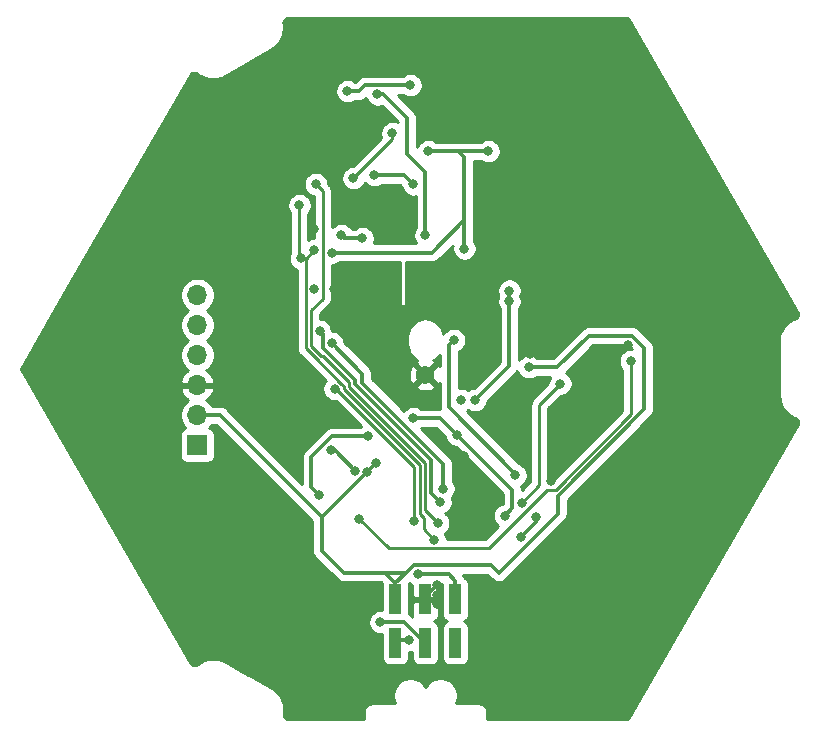
<source format=gbl>
G04 #@! TF.GenerationSoftware,KiCad,Pcbnew,(5.1.6)-1*
G04 #@! TF.CreationDate,2021-11-15T15:55:18+01:00*
G04 #@! TF.ProjectId,SoundModulev2,536f756e-644d-46f6-9475-6c6576322e6b,rev?*
G04 #@! TF.SameCoordinates,Original*
G04 #@! TF.FileFunction,Copper,L2,Bot*
G04 #@! TF.FilePolarity,Positive*
%FSLAX46Y46*%
G04 Gerber Fmt 4.6, Leading zero omitted, Abs format (unit mm)*
G04 Created by KiCad (PCBNEW (5.1.6)-1) date 2021-11-15 15:55:18*
%MOMM*%
%LPD*%
G01*
G04 APERTURE LIST*
G04 #@! TA.AperFunction,SMDPad,CuDef*
%ADD10R,1.000000X2.500000*%
G04 #@! TD*
G04 #@! TA.AperFunction,ComponentPad*
%ADD11R,1.700000X1.700000*%
G04 #@! TD*
G04 #@! TA.AperFunction,ComponentPad*
%ADD12O,1.700000X1.700000*%
G04 #@! TD*
G04 #@! TA.AperFunction,ComponentPad*
%ADD13C,1.560000*%
G04 #@! TD*
G04 #@! TA.AperFunction,ViaPad*
%ADD14C,0.800000*%
G04 #@! TD*
G04 #@! TA.AperFunction,Conductor*
%ADD15C,0.350000*%
G04 #@! TD*
G04 #@! TA.AperFunction,Conductor*
%ADD16C,0.250000*%
G04 #@! TD*
G04 #@! TA.AperFunction,Conductor*
%ADD17C,0.254000*%
G04 #@! TD*
G04 APERTURE END LIST*
D10*
X125039120Y-101193680D03*
X125039120Y-97493680D03*
X122499120Y-101193680D03*
X122499120Y-97493680D03*
X119959120Y-101193680D03*
X119959120Y-97493680D03*
D11*
X103195120Y-84434680D03*
D12*
X103195120Y-81894680D03*
X103195120Y-79354680D03*
X103195120Y-76814680D03*
X103195120Y-74274680D03*
X103195120Y-71734680D03*
D13*
X122499120Y-78465680D03*
D14*
X118943120Y-72496680D03*
X107767120Y-68686680D03*
X108529120Y-63860680D03*
X113355120Y-60304680D03*
X114752120Y-71226680D03*
X118435120Y-52049680D03*
X113101120Y-71226680D03*
X113101120Y-66146680D03*
X129103120Y-106532680D03*
X133548120Y-106532680D03*
X116403120Y-106532680D03*
X111323120Y-106532680D03*
X113863120Y-49382680D03*
X121483120Y-49382680D03*
X128341120Y-49408080D03*
X141930120Y-54411880D03*
X144978120Y-60558680D03*
X148407120Y-66400680D03*
X151455120Y-71734680D03*
X151963120Y-83418680D03*
X148407120Y-89768680D03*
X144851120Y-95864680D03*
X141803120Y-101198680D03*
X102941120Y-101071680D03*
X99385120Y-94721680D03*
X95575120Y-88244680D03*
X92527120Y-82402680D03*
X92781120Y-73258680D03*
X95575120Y-68432680D03*
X98623120Y-63098680D03*
X102560120Y-57129680D03*
X125801120Y-85323680D03*
X133167120Y-87482680D03*
X130881120Y-83672680D03*
X135453120Y-84434680D03*
X137485120Y-86974680D03*
X140025120Y-84434680D03*
X144597120Y-83545680D03*
X139898120Y-89641680D03*
X103957120Y-89768680D03*
X106878120Y-58018680D03*
X126055120Y-52811680D03*
X135453120Y-54208680D03*
X136215120Y-101833680D03*
X134437120Y-59669680D03*
X139771120Y-58526680D03*
X131643120Y-63733680D03*
X135707120Y-95864680D03*
X111831120Y-78338680D03*
X107767120Y-75544680D03*
X106751120Y-73004680D03*
X105735120Y-80243680D03*
X137104120Y-63225680D03*
X104465120Y-65638680D03*
X134183120Y-83672680D03*
X139644120Y-75925680D03*
X136977120Y-68940680D03*
X131389120Y-76687680D03*
X117165120Y-74274680D03*
X117419120Y-76941680D03*
X119959120Y-77449680D03*
X116403120Y-73131680D03*
X126563120Y-74528680D03*
X127833120Y-73258680D03*
X127833120Y-81894680D03*
X144343120Y-74020680D03*
X113482120Y-55986680D03*
X107132120Y-87228680D03*
X112847120Y-94975680D03*
X116657120Y-98277680D03*
X131262120Y-68432680D03*
X139898120Y-66273680D03*
X129992120Y-59542680D03*
X129357120Y-82402680D03*
X132024120Y-71988680D03*
X135072120Y-89006680D03*
X133395720Y-49585880D03*
X123515120Y-96245680D03*
X123515120Y-97896680D03*
X123515120Y-97134680D03*
X134564120Y-66019680D03*
X128087120Y-99166680D03*
X148661120Y-77830680D03*
X95575120Y-77830680D03*
X105862120Y-95483680D03*
X108376720Y-53040280D03*
X110027720Y-100335080D03*
X117546120Y-86720680D03*
X131262120Y-77830680D03*
X118308120Y-85958680D03*
X129230120Y-90403680D03*
X125168121Y-83543679D03*
X121483120Y-82148680D03*
X129611120Y-72242680D03*
X126690120Y-80624680D03*
X125547120Y-80624680D03*
X129611120Y-71353680D03*
X116543120Y-86593680D03*
X114538128Y-84855688D03*
X124023120Y-88117680D03*
X114583240Y-75786112D03*
X123769120Y-89260680D03*
X113551129Y-74782680D03*
X121102120Y-100944680D03*
X118689120Y-99420680D03*
X121864120Y-95356679D03*
X124912120Y-75544680D03*
X130119120Y-86974680D03*
X131897120Y-90530680D03*
X130627120Y-92181680D03*
X122753120Y-59542680D03*
X127833120Y-59542680D03*
X114625120Y-68125680D03*
X125801120Y-67797680D03*
X117673120Y-83672680D03*
X113482120Y-88625680D03*
X115895120Y-54462680D03*
X121229140Y-53954680D03*
X116403120Y-61828680D03*
X119705120Y-58018680D03*
X121570112Y-90871672D03*
X114801967Y-79667833D03*
X111958120Y-68620680D03*
X111831120Y-64114680D03*
X123261120Y-92435680D03*
X113101120Y-67924680D03*
X121483120Y-62349680D03*
X118181120Y-61574680D03*
X115387120Y-66654680D03*
X117165120Y-66908680D03*
X118435120Y-54729680D03*
X122499120Y-66654680D03*
X113228120Y-62336680D03*
X123586121Y-91038680D03*
X116911120Y-90657680D03*
X139898120Y-77322680D03*
X130640120Y-89303680D03*
X133929120Y-79227680D03*
D15*
X122499120Y-97493680D02*
X122499120Y-97261680D01*
X122499120Y-97261680D02*
X123515120Y-96245680D01*
X122499120Y-97493680D02*
X123112120Y-97493680D01*
X123112120Y-97493680D02*
X123515120Y-97896680D01*
X122499120Y-97493680D02*
X123156120Y-97493680D01*
X123156120Y-97493680D02*
X123515120Y-97134680D01*
X118308120Y-85958680D02*
X113736120Y-90530680D01*
X105100120Y-81894680D02*
X103195120Y-81894680D01*
X113736120Y-90530680D02*
X105100120Y-81894680D01*
X113736120Y-91165680D02*
X113736120Y-90530680D01*
X113736120Y-93363300D02*
X113736120Y-91165680D01*
X140016121Y-75150679D02*
X136359123Y-75150679D01*
X133679122Y-77830680D02*
X131262120Y-77830680D01*
X141041120Y-76175678D02*
X140016121Y-75150679D01*
X136359123Y-75150679D02*
X133679122Y-77830680D01*
X141041120Y-76175678D02*
X141041120Y-81388802D01*
X133722231Y-90233571D02*
X128726122Y-95229680D01*
X133722231Y-88707691D02*
X133722231Y-90233571D01*
X141041120Y-81388802D02*
X133722231Y-88707691D01*
X128078121Y-94581679D02*
X121496121Y-94581679D01*
X128726122Y-95229680D02*
X128078121Y-94581679D01*
X119959120Y-96118680D02*
X119959120Y-97493680D01*
X121496121Y-94581679D02*
X120848120Y-95229680D01*
X120848120Y-95229680D02*
X119959120Y-96118680D01*
X115602500Y-95229680D02*
X115113810Y-94740990D01*
X115113810Y-94740990D02*
X113736120Y-93363300D01*
X119959120Y-96118680D02*
X119070120Y-95229680D01*
X120848120Y-95229680D02*
X119070120Y-95229680D01*
X119070120Y-95229680D02*
X115602500Y-95229680D01*
X129230120Y-90403680D02*
X129865120Y-89768680D01*
X129865120Y-89768680D02*
X129865120Y-88752680D01*
X129865120Y-88752680D02*
X129865120Y-88240678D01*
X129865120Y-88240678D02*
X125168121Y-83543679D01*
X123773122Y-82148680D02*
X124025121Y-82400679D01*
X121483120Y-82148680D02*
X123773122Y-82148680D01*
X125168121Y-83543679D02*
X124025121Y-82400679D01*
X129611120Y-76179680D02*
X129611120Y-71353680D01*
X129611120Y-76179680D02*
X129611120Y-77322680D01*
X129611120Y-77703680D02*
X129611120Y-77322680D01*
X126690120Y-80624680D02*
X129611120Y-77703680D01*
X114805128Y-84855688D02*
X116543120Y-86593680D01*
X114538128Y-84855688D02*
X114805128Y-84855688D01*
X124023120Y-88117680D02*
X124023120Y-85994910D01*
X124023120Y-85994910D02*
X117165120Y-79136910D01*
X117165120Y-79136910D02*
X117165120Y-78367992D01*
X117165120Y-78367992D02*
X114583240Y-75786112D01*
X116527640Y-79277260D02*
X116527640Y-78899080D01*
X122970138Y-85719758D02*
X116527640Y-79277260D01*
X122970140Y-85719760D02*
X122970138Y-85719758D01*
X123769120Y-89260680D02*
X122970140Y-88461700D01*
X122970140Y-88461700D02*
X122970140Y-85719760D01*
X116527640Y-78899080D02*
X113808240Y-76179680D01*
X113808240Y-76179680D02*
X113808240Y-75039791D01*
X113808240Y-75039791D02*
X113551129Y-74782680D01*
X120208120Y-100944680D02*
X119959120Y-101193680D01*
X121102120Y-100944680D02*
X120208120Y-100944680D01*
X122499120Y-101193680D02*
X121229120Y-99923680D01*
X121229120Y-99923680D02*
X120726120Y-99420680D01*
X120726120Y-99420680D02*
X118689120Y-99420680D01*
X121864120Y-95356679D02*
X122429806Y-95356680D01*
X125039120Y-95893680D02*
X125039120Y-97493680D01*
X124502120Y-95356680D02*
X125039120Y-95893680D01*
X122429806Y-95356680D02*
X124502120Y-95356680D01*
X124512121Y-75944679D02*
X124512121Y-81240681D01*
X124912120Y-75544680D02*
X124512121Y-75944679D01*
X124512121Y-81240681D02*
X130119120Y-86847680D01*
X130119120Y-86847680D02*
X130119120Y-86974680D01*
X131897120Y-90530680D02*
X131897120Y-90911680D01*
X131897120Y-90911680D02*
X130627120Y-92181680D01*
X122753120Y-59542680D02*
X125293120Y-59542680D01*
X125293120Y-59542680D02*
X127833120Y-59542680D01*
X125293120Y-59542680D02*
X125801120Y-60050680D01*
X114625120Y-68125680D02*
X123060120Y-68125680D01*
X125801120Y-60050680D02*
X125801120Y-66654680D01*
X123060120Y-68125680D02*
X125801120Y-65384680D01*
X125801120Y-66654680D02*
X125801120Y-67797680D01*
X113482120Y-88625680D02*
X112847120Y-87990680D01*
X112847120Y-87990680D02*
X112847120Y-85450680D01*
X114625120Y-83672680D02*
X117673120Y-83672680D01*
X112847120Y-85450680D02*
X114625120Y-83672680D01*
X120663455Y-53954680D02*
X121229140Y-53954680D01*
X117415124Y-53954680D02*
X120663455Y-53954680D01*
X116907124Y-54462680D02*
X117415124Y-53954680D01*
X115895120Y-54462680D02*
X116907124Y-54462680D01*
D16*
X116403120Y-61828680D02*
X119705120Y-58526680D01*
X119705120Y-58526680D02*
X119705120Y-58018680D01*
X121570112Y-90871672D02*
X121570112Y-86299672D01*
X121570112Y-86299672D02*
X114938273Y-79667833D01*
X114938273Y-79667833D02*
X114801967Y-79667833D01*
X111831120Y-68493680D02*
X111958120Y-68620680D01*
X111831120Y-64114680D02*
X111831120Y-68493680D01*
X115387120Y-79227680D02*
X113228120Y-77068680D01*
X112376119Y-68649681D02*
X113101120Y-67924680D01*
X113228120Y-77068680D02*
X112376119Y-76216679D01*
X112376119Y-76216679D02*
X112376119Y-68649681D01*
X122020122Y-90248680D02*
X122020121Y-86113271D01*
X115577620Y-79418180D02*
X115387120Y-79227680D01*
X115577620Y-79670770D02*
X115577620Y-79418180D01*
X123261120Y-92435680D02*
X122372120Y-91546680D01*
X122020121Y-86113271D02*
X115577620Y-79670770D01*
X122372120Y-91546680D02*
X122372120Y-90600678D01*
X122372120Y-90600678D02*
X122020122Y-90248680D01*
D15*
X121483120Y-62349680D02*
X120708120Y-61574680D01*
X120708120Y-61574680D02*
X118181120Y-61574680D01*
X115641120Y-66908680D02*
X117165120Y-66908680D01*
X115387120Y-66654680D02*
X115641120Y-66908680D01*
X118435120Y-54729680D02*
X118448120Y-54716680D01*
X118448120Y-54716680D02*
X118943120Y-54716680D01*
X120975120Y-56748680D02*
X120975120Y-59796680D01*
X118943120Y-54716680D02*
X120975120Y-56748680D01*
X120975120Y-59796680D02*
X122499120Y-61320680D01*
X122499120Y-61320680D02*
X122499120Y-66654680D01*
D16*
X113228120Y-62336680D02*
X113826121Y-62934681D01*
X123586121Y-91038680D02*
X122470130Y-89922689D01*
X122470130Y-89922689D02*
X122470130Y-85926870D01*
X116027630Y-79106190D02*
X113826121Y-76904681D01*
X116027630Y-79484370D02*
X116027630Y-79106190D01*
X122470130Y-85926870D02*
X116027630Y-79484370D01*
X113700531Y-76904681D02*
X112826129Y-76030279D01*
X113826121Y-76904681D02*
X113700531Y-76904681D01*
X112826129Y-76030279D02*
X112826129Y-73025671D01*
X113826121Y-72025679D02*
X113826121Y-62934681D01*
X112826129Y-73025671D02*
X113826121Y-72025679D01*
X139898120Y-81824682D02*
X139898120Y-77322680D01*
X119414121Y-93160681D02*
X127866119Y-93160681D01*
X127866119Y-93160681D02*
X132819119Y-88207681D01*
X132819119Y-88207681D02*
X133515121Y-88207681D01*
X116911120Y-90657680D02*
X119414121Y-93160681D01*
X133515121Y-88207681D02*
X139898120Y-81824682D01*
X130640120Y-89303680D02*
X132151120Y-87792680D01*
X132151120Y-87792680D02*
X132151120Y-81005680D01*
X132151120Y-81005680D02*
X133929120Y-79227680D01*
D17*
G36*
X139616873Y-48306980D02*
G01*
X154020157Y-73254055D01*
X154031801Y-73299406D01*
X154035474Y-73365085D01*
X154026320Y-73430219D01*
X154004686Y-73492341D01*
X153971400Y-73549076D01*
X153927730Y-73598262D01*
X153875334Y-73638034D01*
X153795063Y-73677185D01*
X153794238Y-73677510D01*
X153750629Y-73695043D01*
X153721501Y-73710208D01*
X153691058Y-73722508D01*
X153682921Y-73726834D01*
X153425263Y-73866150D01*
X153375662Y-73899606D01*
X153325615Y-73932356D01*
X153318474Y-73938180D01*
X153092783Y-74124890D01*
X153050644Y-74167324D01*
X153007895Y-74209187D01*
X153002021Y-74216287D01*
X152816893Y-74443276D01*
X152783792Y-74493098D01*
X152749993Y-74542460D01*
X152745610Y-74550566D01*
X152608097Y-74809192D01*
X152585318Y-74864458D01*
X152561736Y-74919479D01*
X152559012Y-74928282D01*
X152474352Y-75208691D01*
X152462732Y-75267379D01*
X152450296Y-75325882D01*
X152449333Y-75335046D01*
X152420750Y-75626560D01*
X152417600Y-75658546D01*
X152417602Y-77890855D01*
X152417391Y-77893163D01*
X152417602Y-77923283D01*
X152417602Y-77953377D01*
X152417829Y-77955681D01*
X152433177Y-80146859D01*
X152433175Y-80146878D01*
X152433178Y-80147058D01*
X152433389Y-80177167D01*
X152433979Y-80182758D01*
X152435071Y-80227875D01*
X152439406Y-80263246D01*
X152440632Y-80298875D01*
X152441911Y-80308002D01*
X152484092Y-80594629D01*
X152498535Y-80652681D01*
X152512165Y-80710922D01*
X152515191Y-80719626D01*
X152612241Y-80992604D01*
X152637688Y-81046751D01*
X152662369Y-81101232D01*
X152667029Y-81109183D01*
X152815253Y-81358109D01*
X152850703Y-81406242D01*
X152885523Y-81454930D01*
X152891638Y-81461824D01*
X153085390Y-81677221D01*
X153129520Y-81717558D01*
X153173130Y-81758551D01*
X153180468Y-81764126D01*
X153412367Y-81937787D01*
X153463516Y-81968798D01*
X153514232Y-82000524D01*
X153522512Y-82004568D01*
X153783726Y-82129879D01*
X153783745Y-82129886D01*
X153784020Y-82130020D01*
X153901703Y-82186404D01*
X153954368Y-82225803D01*
X153998386Y-82274690D01*
X154032064Y-82331183D01*
X154054130Y-82393153D01*
X154063739Y-82458228D01*
X154060526Y-82523924D01*
X154044430Y-82588478D01*
X154044024Y-82589323D01*
X154029792Y-82644619D01*
X139616871Y-107608380D01*
X127735880Y-107608380D01*
X127735880Y-106987381D01*
X127739073Y-106954962D01*
X127726330Y-106825579D01*
X127688590Y-106701169D01*
X127627305Y-106586512D01*
X127544828Y-106486014D01*
X127444330Y-106403537D01*
X127329673Y-106342252D01*
X127205263Y-106304512D01*
X127108299Y-106294962D01*
X127075880Y-106291769D01*
X127043461Y-106294962D01*
X125095879Y-106294962D01*
X125187437Y-106073922D01*
X125244120Y-105788955D01*
X125244120Y-105498405D01*
X125187437Y-105213438D01*
X125076248Y-104945005D01*
X124914827Y-104703422D01*
X124709378Y-104497973D01*
X124467795Y-104336552D01*
X124199362Y-104225363D01*
X123914395Y-104168680D01*
X123623845Y-104168680D01*
X123338878Y-104225363D01*
X123070445Y-104336552D01*
X122828862Y-104497973D01*
X122623413Y-104703422D01*
X122499120Y-104889439D01*
X122374827Y-104703422D01*
X122169378Y-104497973D01*
X121927795Y-104336552D01*
X121659362Y-104225363D01*
X121374395Y-104168680D01*
X121083845Y-104168680D01*
X120798878Y-104225363D01*
X120530445Y-104336552D01*
X120288862Y-104497973D01*
X120083413Y-104703422D01*
X119921992Y-104945005D01*
X119810803Y-105213438D01*
X119754120Y-105498405D01*
X119754120Y-105788955D01*
X119810803Y-106073922D01*
X119902361Y-106294962D01*
X117964291Y-106294962D01*
X117931879Y-106291770D01*
X117899470Y-106294962D01*
X117899460Y-106294962D01*
X117802496Y-106304512D01*
X117678086Y-106342252D01*
X117563429Y-106403537D01*
X117462931Y-106486014D01*
X117380454Y-106586512D01*
X117319169Y-106701169D01*
X117281429Y-106825579D01*
X117268686Y-106954962D01*
X117271879Y-106987382D01*
X117271880Y-107608378D01*
X110829877Y-107608382D01*
X110743828Y-107584357D01*
X110685116Y-107554699D01*
X110633282Y-107514202D01*
X110590302Y-107464409D01*
X110557811Y-107407215D01*
X110537048Y-107344799D01*
X110528804Y-107279538D01*
X110535036Y-107190408D01*
X110535161Y-107189572D01*
X110541782Y-107143039D01*
X110543212Y-107110232D01*
X110547782Y-107077718D01*
X110548104Y-107068508D01*
X110556283Y-106775713D01*
X110552111Y-106716059D01*
X110548771Y-106656311D01*
X110547297Y-106647214D01*
X110498448Y-106358405D01*
X110482768Y-106300695D01*
X110467888Y-106242739D01*
X110464675Y-106234102D01*
X110360661Y-105960282D01*
X110334054Y-105906683D01*
X110308217Y-105852756D01*
X110303388Y-105844908D01*
X110148169Y-105596505D01*
X110111673Y-105549114D01*
X110075837Y-105501211D01*
X110069576Y-105494449D01*
X109869065Y-105280927D01*
X109824062Y-105241530D01*
X109779603Y-105201499D01*
X109772147Y-105196083D01*
X109533981Y-105025572D01*
X109533975Y-105025569D01*
X109507855Y-105006851D01*
X107574616Y-103890695D01*
X107572722Y-103889358D01*
X107546521Y-103874475D01*
X107520470Y-103859434D01*
X107518362Y-103858479D01*
X105586722Y-102761213D01*
X105581501Y-102758891D01*
X105541961Y-102737321D01*
X105509162Y-102723389D01*
X105477694Y-102706637D01*
X105469151Y-102703181D01*
X105199834Y-102596396D01*
X105142302Y-102579868D01*
X105085082Y-102562561D01*
X105076036Y-102560831D01*
X105076032Y-102560830D01*
X105076028Y-102560830D01*
X104791102Y-102508390D01*
X104731492Y-102503355D01*
X104671966Y-102497488D01*
X104662751Y-102497548D01*
X104662749Y-102497548D01*
X104373062Y-102501449D01*
X104313648Y-102508084D01*
X104254074Y-102513895D01*
X104245046Y-102515744D01*
X103961633Y-102575839D01*
X103904636Y-102593889D01*
X103847330Y-102611159D01*
X103838833Y-102614726D01*
X103572490Y-102728725D01*
X103520053Y-102757519D01*
X103467226Y-102785574D01*
X103459584Y-102790723D01*
X103220455Y-102954284D01*
X103220434Y-102954302D01*
X103220186Y-102954469D01*
X103112517Y-103028191D01*
X103052056Y-103054105D01*
X102987715Y-103067781D01*
X102921945Y-103068699D01*
X102857245Y-103056824D01*
X102796091Y-103032612D01*
X102740800Y-102996980D01*
X102686019Y-102944078D01*
X91508794Y-83584680D01*
X101707048Y-83584680D01*
X101707048Y-85284680D01*
X101719308Y-85409162D01*
X101755618Y-85528860D01*
X101814583Y-85639174D01*
X101893935Y-85735865D01*
X101990626Y-85815217D01*
X102100940Y-85874182D01*
X102220638Y-85910492D01*
X102345120Y-85922752D01*
X104045120Y-85922752D01*
X104169602Y-85910492D01*
X104289300Y-85874182D01*
X104399614Y-85815217D01*
X104496305Y-85735865D01*
X104575657Y-85639174D01*
X104634622Y-85528860D01*
X104670932Y-85409162D01*
X104683192Y-85284680D01*
X104683192Y-83584680D01*
X104670932Y-83460198D01*
X104634622Y-83340500D01*
X104575657Y-83230186D01*
X104496305Y-83133495D01*
X104399614Y-83054143D01*
X104289300Y-82995178D01*
X104216740Y-82973167D01*
X104348595Y-82841312D01*
X104439890Y-82704680D01*
X104764608Y-82704680D01*
X112926120Y-90866193D01*
X112926120Y-91205470D01*
X112926121Y-91205480D01*
X112926120Y-93323512D01*
X112922201Y-93363300D01*
X112926120Y-93403088D01*
X112926120Y-93403090D01*
X112937840Y-93522087D01*
X112984157Y-93674772D01*
X112984158Y-93674773D01*
X113059371Y-93815489D01*
X113071047Y-93829716D01*
X113160592Y-93938828D01*
X113191507Y-93964199D01*
X114569190Y-95341883D01*
X114569196Y-95341888D01*
X115001600Y-95774292D01*
X115026972Y-95805208D01*
X115086292Y-95853890D01*
X115150310Y-95906429D01*
X115198540Y-95932208D01*
X115291027Y-95981643D01*
X115443712Y-96027960D01*
X115562709Y-96039680D01*
X115562711Y-96039680D01*
X115602499Y-96043599D01*
X115642287Y-96039680D01*
X118734608Y-96039680D01*
X118831588Y-96136661D01*
X118821048Y-96243680D01*
X118821048Y-98391645D01*
X118791059Y-98385680D01*
X118587181Y-98385680D01*
X118387222Y-98425454D01*
X118198864Y-98503475D01*
X118029346Y-98616743D01*
X117885183Y-98760906D01*
X117771915Y-98930424D01*
X117693894Y-99118782D01*
X117654120Y-99318741D01*
X117654120Y-99522619D01*
X117693894Y-99722578D01*
X117771915Y-99910936D01*
X117885183Y-100080454D01*
X118029346Y-100224617D01*
X118198864Y-100337885D01*
X118387222Y-100415906D01*
X118587181Y-100455680D01*
X118791059Y-100455680D01*
X118821048Y-100449715D01*
X118821048Y-102443680D01*
X118833308Y-102568162D01*
X118869618Y-102687860D01*
X118928583Y-102798174D01*
X119007935Y-102894865D01*
X119104626Y-102974217D01*
X119214940Y-103033182D01*
X119334638Y-103069492D01*
X119459120Y-103081752D01*
X120459120Y-103081752D01*
X120583602Y-103069492D01*
X120703300Y-103033182D01*
X120813614Y-102974217D01*
X120910305Y-102894865D01*
X120989657Y-102798174D01*
X121048622Y-102687860D01*
X121084932Y-102568162D01*
X121097192Y-102443680D01*
X121097192Y-101979680D01*
X121204059Y-101979680D01*
X121361048Y-101948453D01*
X121361048Y-102443680D01*
X121373308Y-102568162D01*
X121409618Y-102687860D01*
X121468583Y-102798174D01*
X121547935Y-102894865D01*
X121644626Y-102974217D01*
X121754940Y-103033182D01*
X121874638Y-103069492D01*
X121999120Y-103081752D01*
X122999120Y-103081752D01*
X123123602Y-103069492D01*
X123243300Y-103033182D01*
X123353614Y-102974217D01*
X123450305Y-102894865D01*
X123529657Y-102798174D01*
X123588622Y-102687860D01*
X123624932Y-102568162D01*
X123637192Y-102443680D01*
X123637192Y-99943680D01*
X123624932Y-99819198D01*
X123588622Y-99699500D01*
X123529657Y-99589186D01*
X123450305Y-99492495D01*
X123353614Y-99413143D01*
X123243300Y-99354178D01*
X123208693Y-99343680D01*
X123243300Y-99333182D01*
X123353614Y-99274217D01*
X123450305Y-99194865D01*
X123529657Y-99098174D01*
X123588622Y-98987860D01*
X123624932Y-98868162D01*
X123637192Y-98743680D01*
X123634120Y-97779430D01*
X123475370Y-97620680D01*
X122626120Y-97620680D01*
X122626120Y-97640680D01*
X122372120Y-97640680D01*
X122372120Y-97620680D01*
X121522870Y-97620680D01*
X121364120Y-97779430D01*
X121361048Y-98743680D01*
X121373308Y-98868162D01*
X121396906Y-98945954D01*
X121327020Y-98876068D01*
X121301648Y-98845152D01*
X121178309Y-98743931D01*
X121097192Y-98700573D01*
X121097192Y-96243680D01*
X121086652Y-96136661D01*
X121133521Y-96089791D01*
X121204346Y-96160616D01*
X121361117Y-96265367D01*
X121364120Y-97207930D01*
X121522870Y-97366680D01*
X122372120Y-97366680D01*
X122372120Y-97346680D01*
X122626120Y-97346680D01*
X122626120Y-97366680D01*
X123475370Y-97366680D01*
X123634120Y-97207930D01*
X123637192Y-96243680D01*
X123629608Y-96166680D01*
X123908632Y-96166680D01*
X123901048Y-96243680D01*
X123901048Y-98743680D01*
X123913308Y-98868162D01*
X123949618Y-98987860D01*
X124008583Y-99098174D01*
X124087935Y-99194865D01*
X124184626Y-99274217D01*
X124294940Y-99333182D01*
X124329547Y-99343680D01*
X124294940Y-99354178D01*
X124184626Y-99413143D01*
X124087935Y-99492495D01*
X124008583Y-99589186D01*
X123949618Y-99699500D01*
X123913308Y-99819198D01*
X123901048Y-99943680D01*
X123901048Y-102443680D01*
X123913308Y-102568162D01*
X123949618Y-102687860D01*
X124008583Y-102798174D01*
X124087935Y-102894865D01*
X124184626Y-102974217D01*
X124294940Y-103033182D01*
X124414638Y-103069492D01*
X124539120Y-103081752D01*
X125539120Y-103081752D01*
X125663602Y-103069492D01*
X125783300Y-103033182D01*
X125893614Y-102974217D01*
X125990305Y-102894865D01*
X126069657Y-102798174D01*
X126128622Y-102687860D01*
X126164932Y-102568162D01*
X126177192Y-102443680D01*
X126177192Y-99943680D01*
X126164932Y-99819198D01*
X126128622Y-99699500D01*
X126069657Y-99589186D01*
X125990305Y-99492495D01*
X125893614Y-99413143D01*
X125783300Y-99354178D01*
X125748693Y-99343680D01*
X125783300Y-99333182D01*
X125893614Y-99274217D01*
X125990305Y-99194865D01*
X126069657Y-99098174D01*
X126128622Y-98987860D01*
X126164932Y-98868162D01*
X126177192Y-98743680D01*
X126177192Y-96243680D01*
X126164932Y-96119198D01*
X126128622Y-95999500D01*
X126069657Y-95889186D01*
X125990305Y-95792495D01*
X125893614Y-95713143D01*
X125818647Y-95673072D01*
X125798182Y-95605608D01*
X125791083Y-95582206D01*
X125715869Y-95441491D01*
X125696376Y-95417739D01*
X125674990Y-95391679D01*
X127742609Y-95391679D01*
X128125234Y-95774305D01*
X128150595Y-95805207D01*
X128181496Y-95830567D01*
X128181502Y-95830573D01*
X128273933Y-95906429D01*
X128414648Y-95981642D01*
X128567334Y-96027959D01*
X128726122Y-96043599D01*
X128884910Y-96027959D01*
X129037595Y-95981642D01*
X129178311Y-95906429D01*
X129301649Y-95805207D01*
X129327014Y-95774300D01*
X134266849Y-90834466D01*
X134297759Y-90809099D01*
X134382716Y-90705578D01*
X134398980Y-90685761D01*
X134450083Y-90590152D01*
X134474194Y-90545044D01*
X134520511Y-90392359D01*
X134532231Y-90273362D01*
X134532231Y-90273360D01*
X134536150Y-90233572D01*
X134532231Y-90193784D01*
X134532231Y-89043203D01*
X141585738Y-81989697D01*
X141616648Y-81964330D01*
X141678092Y-81889460D01*
X141717869Y-81840992D01*
X141767349Y-81748420D01*
X141793083Y-81700275D01*
X141839400Y-81547590D01*
X141851120Y-81428593D01*
X141851120Y-81428591D01*
X141855039Y-81388803D01*
X141851120Y-81349015D01*
X141851120Y-76215465D01*
X141855039Y-76175677D01*
X141848695Y-76111269D01*
X141839400Y-76016890D01*
X141793083Y-75864205D01*
X141717869Y-75723489D01*
X141616648Y-75600150D01*
X141585739Y-75574784D01*
X140617020Y-74606066D01*
X140591649Y-74575151D01*
X140468310Y-74473930D01*
X140327594Y-74398716D01*
X140174909Y-74352399D01*
X140055912Y-74340679D01*
X140055909Y-74340679D01*
X140016121Y-74336760D01*
X139976333Y-74340679D01*
X136398911Y-74340679D01*
X136359123Y-74336760D01*
X136319335Y-74340679D01*
X136319332Y-74340679D01*
X136200335Y-74352399D01*
X136047650Y-74398716D01*
X135906934Y-74473930D01*
X135783595Y-74575151D01*
X135758228Y-74606061D01*
X133343610Y-77020680D01*
X131912820Y-77020680D01*
X131752376Y-76913475D01*
X131564018Y-76835454D01*
X131364059Y-76795680D01*
X131160181Y-76795680D01*
X130960222Y-76835454D01*
X130771864Y-76913475D01*
X130602346Y-77026743D01*
X130458183Y-77170906D01*
X130421120Y-77226375D01*
X130421120Y-72893380D01*
X130528325Y-72732936D01*
X130606346Y-72544578D01*
X130646120Y-72344619D01*
X130646120Y-72140741D01*
X130606346Y-71940782D01*
X130547278Y-71798180D01*
X130606346Y-71655578D01*
X130646120Y-71455619D01*
X130646120Y-71251741D01*
X130606346Y-71051782D01*
X130528325Y-70863424D01*
X130415057Y-70693906D01*
X130270894Y-70549743D01*
X130101376Y-70436475D01*
X129913018Y-70358454D01*
X129713059Y-70318680D01*
X129509181Y-70318680D01*
X129309222Y-70358454D01*
X129120864Y-70436475D01*
X128951346Y-70549743D01*
X128807183Y-70693906D01*
X128693915Y-70863424D01*
X128615894Y-71051782D01*
X128576120Y-71251741D01*
X128576120Y-71455619D01*
X128615894Y-71655578D01*
X128674962Y-71798180D01*
X128615894Y-71940782D01*
X128576120Y-72140741D01*
X128576120Y-72344619D01*
X128615894Y-72544578D01*
X128693915Y-72732936D01*
X128801121Y-72893381D01*
X128801120Y-76139889D01*
X128801120Y-76139890D01*
X128801121Y-77282880D01*
X128801120Y-77282889D01*
X128801120Y-77368167D01*
X126577479Y-79591809D01*
X126388222Y-79629454D01*
X126199864Y-79707475D01*
X126118620Y-79761760D01*
X126037376Y-79707475D01*
X125849018Y-79629454D01*
X125649059Y-79589680D01*
X125445181Y-79589680D01*
X125322121Y-79614158D01*
X125322121Y-76495128D01*
X125402376Y-76461885D01*
X125571894Y-76348617D01*
X125716057Y-76204454D01*
X125829325Y-76034936D01*
X125907346Y-75846578D01*
X125947120Y-75646619D01*
X125947120Y-75442741D01*
X125907346Y-75242782D01*
X125829325Y-75054424D01*
X125716057Y-74884906D01*
X125571894Y-74740743D01*
X125402376Y-74627475D01*
X125214018Y-74549454D01*
X125014059Y-74509680D01*
X124810181Y-74509680D01*
X124610222Y-74549454D01*
X124421864Y-74627475D01*
X124252346Y-74740743D01*
X124108183Y-74884906D01*
X124019225Y-75018041D01*
X124011910Y-74943767D01*
X123924137Y-74654419D01*
X123781601Y-74387753D01*
X123589781Y-74154019D01*
X123356046Y-73962199D01*
X123089380Y-73819663D01*
X122800032Y-73731890D01*
X122499120Y-73702253D01*
X122198207Y-73731890D01*
X121908859Y-73819663D01*
X121642193Y-73962199D01*
X121408459Y-74154019D01*
X121216639Y-74387754D01*
X121074103Y-74654420D01*
X120986330Y-74943768D01*
X120964120Y-75169273D01*
X120964120Y-75920088D01*
X120986330Y-76145593D01*
X121074103Y-76434941D01*
X121216639Y-76701607D01*
X121408459Y-76935341D01*
X121642194Y-77127161D01*
X121816370Y-77220260D01*
X121769465Y-77245331D01*
X121700304Y-77487259D01*
X122499120Y-78286075D01*
X123297936Y-77487259D01*
X123228775Y-77245331D01*
X123178940Y-77221827D01*
X123356047Y-77127161D01*
X123589781Y-76935341D01*
X123702121Y-76798454D01*
X123702121Y-77731066D01*
X123477541Y-77666864D01*
X122678725Y-78465680D01*
X123477541Y-79264496D01*
X123702122Y-79200294D01*
X123702122Y-81200883D01*
X123698202Y-81240681D01*
X123707855Y-81338680D01*
X122133820Y-81338680D01*
X121973376Y-81231475D01*
X121785018Y-81153454D01*
X121585059Y-81113680D01*
X121381181Y-81113680D01*
X121181222Y-81153454D01*
X120992864Y-81231475D01*
X120823346Y-81344743D01*
X120679183Y-81488906D01*
X120672552Y-81498830D01*
X118617823Y-79444101D01*
X121700304Y-79444101D01*
X121769465Y-79686029D01*
X122021563Y-79804928D01*
X122292014Y-79872361D01*
X122570423Y-79885737D01*
X122846092Y-79844540D01*
X123108428Y-79750355D01*
X123228775Y-79686029D01*
X123297936Y-79444101D01*
X122499120Y-78645285D01*
X121700304Y-79444101D01*
X118617823Y-79444101D01*
X117975120Y-78801398D01*
X117975120Y-78536983D01*
X121079063Y-78536983D01*
X121120260Y-78812652D01*
X121214445Y-79074988D01*
X121278771Y-79195335D01*
X121520699Y-79264496D01*
X122319515Y-78465680D01*
X121520699Y-77666864D01*
X121278771Y-77736025D01*
X121159872Y-77988123D01*
X121092439Y-78258574D01*
X121079063Y-78536983D01*
X117975120Y-78536983D01*
X117975120Y-78407780D01*
X117979039Y-78367992D01*
X117971299Y-78289407D01*
X117963400Y-78209204D01*
X117917083Y-78056519D01*
X117917083Y-78056518D01*
X117841869Y-77915803D01*
X117798098Y-77862468D01*
X117740648Y-77792464D01*
X117709738Y-77767097D01*
X115616111Y-75673471D01*
X115578466Y-75484214D01*
X115500445Y-75295856D01*
X115387177Y-75126338D01*
X115243014Y-74982175D01*
X115073496Y-74868907D01*
X114885138Y-74790886D01*
X114685179Y-74751112D01*
X114586129Y-74751112D01*
X114586129Y-74680741D01*
X114546355Y-74480782D01*
X114468334Y-74292424D01*
X114355066Y-74122906D01*
X114210903Y-73978743D01*
X114041385Y-73865475D01*
X113853027Y-73787454D01*
X113653068Y-73747680D01*
X113586129Y-73747680D01*
X113586129Y-73340472D01*
X114337125Y-72589477D01*
X114366122Y-72565680D01*
X114461095Y-72449955D01*
X114531667Y-72317926D01*
X114575124Y-72174665D01*
X114586121Y-72063012D01*
X114586121Y-72063003D01*
X114589797Y-72025680D01*
X114586121Y-71988357D01*
X114586121Y-69160680D01*
X114727059Y-69160680D01*
X114927018Y-69120906D01*
X115115376Y-69042885D01*
X115275820Y-68935680D01*
X120340120Y-68935680D01*
X120340120Y-72496680D01*
X120342560Y-72521456D01*
X120349787Y-72545281D01*
X120361523Y-72567237D01*
X120377317Y-72586483D01*
X120396563Y-72602277D01*
X120418519Y-72614013D01*
X120442344Y-72621240D01*
X120467120Y-72623680D01*
X120721120Y-72623680D01*
X120745896Y-72621240D01*
X120769721Y-72614013D01*
X120791677Y-72602277D01*
X120810923Y-72586483D01*
X120826717Y-72567237D01*
X120838453Y-72545281D01*
X120845680Y-72521456D01*
X120848120Y-72496680D01*
X120848120Y-68935680D01*
X123020332Y-68935680D01*
X123060120Y-68939599D01*
X123099908Y-68935680D01*
X123099911Y-68935680D01*
X123218908Y-68923960D01*
X123371593Y-68877643D01*
X123512309Y-68802429D01*
X123635648Y-68701208D01*
X123661020Y-68670293D01*
X124798535Y-67532777D01*
X124766120Y-67695741D01*
X124766120Y-67899619D01*
X124805894Y-68099578D01*
X124883915Y-68287936D01*
X124997183Y-68457454D01*
X125141346Y-68601617D01*
X125310864Y-68714885D01*
X125499222Y-68792906D01*
X125699181Y-68832680D01*
X125903059Y-68832680D01*
X126103018Y-68792906D01*
X126291376Y-68714885D01*
X126460894Y-68601617D01*
X126605057Y-68457454D01*
X126718325Y-68287936D01*
X126796346Y-68099578D01*
X126836120Y-67899619D01*
X126836120Y-67695741D01*
X126796346Y-67495782D01*
X126718325Y-67307424D01*
X126611120Y-67146980D01*
X126611120Y-65424469D01*
X126615039Y-65384681D01*
X126611120Y-65344893D01*
X126611120Y-60352680D01*
X127182420Y-60352680D01*
X127342864Y-60459885D01*
X127531222Y-60537906D01*
X127731181Y-60577680D01*
X127935059Y-60577680D01*
X128135018Y-60537906D01*
X128323376Y-60459885D01*
X128492894Y-60346617D01*
X128637057Y-60202454D01*
X128750325Y-60032936D01*
X128828346Y-59844578D01*
X128868120Y-59644619D01*
X128868120Y-59440741D01*
X128828346Y-59240782D01*
X128750325Y-59052424D01*
X128637057Y-58882906D01*
X128492894Y-58738743D01*
X128323376Y-58625475D01*
X128135018Y-58547454D01*
X127935059Y-58507680D01*
X127731181Y-58507680D01*
X127531222Y-58547454D01*
X127342864Y-58625475D01*
X127182420Y-58732680D01*
X125332908Y-58732680D01*
X125293120Y-58728761D01*
X125253332Y-58732680D01*
X123403820Y-58732680D01*
X123243376Y-58625475D01*
X123055018Y-58547454D01*
X122855059Y-58507680D01*
X122651181Y-58507680D01*
X122451222Y-58547454D01*
X122262864Y-58625475D01*
X122093346Y-58738743D01*
X121949183Y-58882906D01*
X121835915Y-59052424D01*
X121785120Y-59175053D01*
X121785120Y-56788468D01*
X121789039Y-56748680D01*
X121785120Y-56708889D01*
X121773400Y-56589892D01*
X121727083Y-56437207D01*
X121651870Y-56296492D01*
X121651869Y-56296490D01*
X121576013Y-56204060D01*
X121550648Y-56173152D01*
X121519739Y-56147786D01*
X120136632Y-54764680D01*
X120578440Y-54764680D01*
X120738884Y-54871885D01*
X120927242Y-54949906D01*
X121127201Y-54989680D01*
X121331079Y-54989680D01*
X121531038Y-54949906D01*
X121719396Y-54871885D01*
X121888914Y-54758617D01*
X122033077Y-54614454D01*
X122146345Y-54444936D01*
X122224366Y-54256578D01*
X122264140Y-54056619D01*
X122264140Y-53852741D01*
X122224366Y-53652782D01*
X122146345Y-53464424D01*
X122033077Y-53294906D01*
X121888914Y-53150743D01*
X121719396Y-53037475D01*
X121531038Y-52959454D01*
X121331079Y-52919680D01*
X121127201Y-52919680D01*
X120927242Y-52959454D01*
X120738884Y-53037475D01*
X120578440Y-53144680D01*
X117454911Y-53144680D01*
X117415123Y-53140761D01*
X117375335Y-53144680D01*
X117375333Y-53144680D01*
X117256336Y-53156400D01*
X117103651Y-53202717D01*
X116962935Y-53277931D01*
X116839596Y-53379152D01*
X116814224Y-53410068D01*
X116571612Y-53652680D01*
X116545820Y-53652680D01*
X116385376Y-53545475D01*
X116197018Y-53467454D01*
X115997059Y-53427680D01*
X115793181Y-53427680D01*
X115593222Y-53467454D01*
X115404864Y-53545475D01*
X115235346Y-53658743D01*
X115091183Y-53802906D01*
X114977915Y-53972424D01*
X114899894Y-54160782D01*
X114860120Y-54360741D01*
X114860120Y-54564619D01*
X114899894Y-54764578D01*
X114977915Y-54952936D01*
X115091183Y-55122454D01*
X115235346Y-55266617D01*
X115404864Y-55379885D01*
X115593222Y-55457906D01*
X115793181Y-55497680D01*
X115997059Y-55497680D01*
X116197018Y-55457906D01*
X116385376Y-55379885D01*
X116545820Y-55272680D01*
X116867336Y-55272680D01*
X116907124Y-55276599D01*
X116946912Y-55272680D01*
X116946915Y-55272680D01*
X117065912Y-55260960D01*
X117218597Y-55214643D01*
X117359313Y-55139429D01*
X117452791Y-55062714D01*
X117517915Y-55219936D01*
X117631183Y-55389454D01*
X117775346Y-55533617D01*
X117944864Y-55646885D01*
X118133222Y-55724906D01*
X118333181Y-55764680D01*
X118537059Y-55764680D01*
X118737018Y-55724906D01*
X118785678Y-55704750D01*
X120165120Y-57084193D01*
X120165120Y-57088943D01*
X120007018Y-57023454D01*
X119807059Y-56983680D01*
X119603181Y-56983680D01*
X119403222Y-57023454D01*
X119214864Y-57101475D01*
X119045346Y-57214743D01*
X118901183Y-57358906D01*
X118787915Y-57528424D01*
X118709894Y-57716782D01*
X118670120Y-57916741D01*
X118670120Y-58120619D01*
X118709894Y-58320578D01*
X118746953Y-58410045D01*
X116363319Y-60793680D01*
X116301181Y-60793680D01*
X116101222Y-60833454D01*
X115912864Y-60911475D01*
X115743346Y-61024743D01*
X115599183Y-61168906D01*
X115485915Y-61338424D01*
X115407894Y-61526782D01*
X115368120Y-61726741D01*
X115368120Y-61930619D01*
X115407894Y-62130578D01*
X115485915Y-62318936D01*
X115599183Y-62488454D01*
X115743346Y-62632617D01*
X115912864Y-62745885D01*
X116101222Y-62823906D01*
X116301181Y-62863680D01*
X116505059Y-62863680D01*
X116705018Y-62823906D01*
X116893376Y-62745885D01*
X117062894Y-62632617D01*
X117207057Y-62488454D01*
X117320325Y-62318936D01*
X117363686Y-62214254D01*
X117377183Y-62234454D01*
X117521346Y-62378617D01*
X117690864Y-62491885D01*
X117879222Y-62569906D01*
X118079181Y-62609680D01*
X118283059Y-62609680D01*
X118483018Y-62569906D01*
X118671376Y-62491885D01*
X118831820Y-62384680D01*
X120372608Y-62384680D01*
X120450249Y-62462321D01*
X120487894Y-62651578D01*
X120565915Y-62839936D01*
X120679183Y-63009454D01*
X120823346Y-63153617D01*
X120992864Y-63266885D01*
X121181222Y-63344906D01*
X121381181Y-63384680D01*
X121585059Y-63384680D01*
X121689120Y-63363981D01*
X121689121Y-66003979D01*
X121581915Y-66164424D01*
X121503894Y-66352782D01*
X121464120Y-66552741D01*
X121464120Y-66756619D01*
X121503894Y-66956578D01*
X121581915Y-67144936D01*
X121695183Y-67314454D01*
X121696409Y-67315680D01*
X118116811Y-67315680D01*
X118160346Y-67210578D01*
X118200120Y-67010619D01*
X118200120Y-66806741D01*
X118160346Y-66606782D01*
X118082325Y-66418424D01*
X117969057Y-66248906D01*
X117824894Y-66104743D01*
X117655376Y-65991475D01*
X117467018Y-65913454D01*
X117267059Y-65873680D01*
X117063181Y-65873680D01*
X116863222Y-65913454D01*
X116674864Y-65991475D01*
X116514420Y-66098680D01*
X116260396Y-66098680D01*
X116191057Y-65994906D01*
X116046894Y-65850743D01*
X115877376Y-65737475D01*
X115689018Y-65659454D01*
X115489059Y-65619680D01*
X115285181Y-65619680D01*
X115085222Y-65659454D01*
X114896864Y-65737475D01*
X114727346Y-65850743D01*
X114586121Y-65991968D01*
X114586121Y-62972003D01*
X114589797Y-62934680D01*
X114586121Y-62897357D01*
X114586121Y-62897348D01*
X114575124Y-62785695D01*
X114531667Y-62642434D01*
X114514159Y-62609680D01*
X114461095Y-62510404D01*
X114389920Y-62423678D01*
X114366122Y-62394680D01*
X114337123Y-62370881D01*
X114263120Y-62296878D01*
X114263120Y-62234741D01*
X114223346Y-62034782D01*
X114145325Y-61846424D01*
X114032057Y-61676906D01*
X113887894Y-61532743D01*
X113718376Y-61419475D01*
X113530018Y-61341454D01*
X113330059Y-61301680D01*
X113126181Y-61301680D01*
X112926222Y-61341454D01*
X112737864Y-61419475D01*
X112568346Y-61532743D01*
X112424183Y-61676906D01*
X112310915Y-61846424D01*
X112232894Y-62034782D01*
X112193120Y-62234741D01*
X112193120Y-62438619D01*
X112232894Y-62638578D01*
X112310915Y-62826936D01*
X112424183Y-62996454D01*
X112568346Y-63140617D01*
X112737864Y-63253885D01*
X112926222Y-63331906D01*
X113066122Y-63359734D01*
X113066122Y-66889680D01*
X112999181Y-66889680D01*
X112799222Y-66929454D01*
X112610864Y-67007475D01*
X112591120Y-67020667D01*
X112591120Y-64818391D01*
X112635057Y-64774454D01*
X112748325Y-64604936D01*
X112826346Y-64416578D01*
X112866120Y-64216619D01*
X112866120Y-64012741D01*
X112826346Y-63812782D01*
X112748325Y-63624424D01*
X112635057Y-63454906D01*
X112490894Y-63310743D01*
X112321376Y-63197475D01*
X112133018Y-63119454D01*
X111933059Y-63079680D01*
X111729181Y-63079680D01*
X111529222Y-63119454D01*
X111340864Y-63197475D01*
X111171346Y-63310743D01*
X111027183Y-63454906D01*
X110913915Y-63624424D01*
X110835894Y-63812782D01*
X110796120Y-64012741D01*
X110796120Y-64216619D01*
X110835894Y-64416578D01*
X110913915Y-64604936D01*
X111027183Y-64774454D01*
X111071120Y-64818391D01*
X111071121Y-68085218D01*
X111040915Y-68130424D01*
X110962894Y-68318782D01*
X110923120Y-68518741D01*
X110923120Y-68722619D01*
X110962894Y-68922578D01*
X111040915Y-69110936D01*
X111154183Y-69280454D01*
X111298346Y-69424617D01*
X111467864Y-69537885D01*
X111616120Y-69599295D01*
X111616119Y-76179357D01*
X111612443Y-76216679D01*
X111616119Y-76254001D01*
X111616119Y-76254011D01*
X111627116Y-76365664D01*
X111661922Y-76480405D01*
X111670573Y-76508925D01*
X111741145Y-76640955D01*
X111779513Y-76687706D01*
X111836118Y-76756680D01*
X111865121Y-76780482D01*
X112717117Y-77632479D01*
X112717122Y-77632483D01*
X114045364Y-78960725D01*
X113998030Y-79008059D01*
X113884762Y-79177577D01*
X113806741Y-79365935D01*
X113766967Y-79565894D01*
X113766967Y-79769772D01*
X113806741Y-79969731D01*
X113884762Y-80158089D01*
X113998030Y-80327607D01*
X114142193Y-80471770D01*
X114311711Y-80585038D01*
X114500069Y-80663059D01*
X114700028Y-80702833D01*
X114898472Y-80702833D01*
X117043940Y-82848301D01*
X117022420Y-82862680D01*
X114664908Y-82862680D01*
X114625120Y-82858761D01*
X114585332Y-82862680D01*
X114585329Y-82862680D01*
X114466332Y-82874400D01*
X114352704Y-82908869D01*
X114313646Y-82920717D01*
X114242490Y-82958751D01*
X114172931Y-82995931D01*
X114049592Y-83097152D01*
X114024225Y-83128062D01*
X112302503Y-84849785D01*
X112271593Y-84875152D01*
X112246228Y-84906060D01*
X112170371Y-84998491D01*
X112106030Y-85118866D01*
X112095158Y-85139207D01*
X112051863Y-85281932D01*
X112048841Y-85291893D01*
X112033201Y-85450680D01*
X112037121Y-85490478D01*
X112037120Y-87686167D01*
X105701020Y-81350068D01*
X105675648Y-81319152D01*
X105552309Y-81217931D01*
X105411593Y-81142717D01*
X105258908Y-81096400D01*
X105139911Y-81084680D01*
X105139908Y-81084680D01*
X105100120Y-81080761D01*
X105060332Y-81084680D01*
X104439890Y-81084680D01*
X104348595Y-80948048D01*
X104141752Y-80741205D01*
X103959586Y-80619485D01*
X104076475Y-80549858D01*
X104292708Y-80354949D01*
X104466761Y-80121600D01*
X104591945Y-79858779D01*
X104636596Y-79711570D01*
X104515275Y-79481680D01*
X103322120Y-79481680D01*
X103322120Y-79501680D01*
X103068120Y-79501680D01*
X103068120Y-79481680D01*
X101874965Y-79481680D01*
X101753644Y-79711570D01*
X101798295Y-79858779D01*
X101923479Y-80121600D01*
X102097532Y-80354949D01*
X102313765Y-80549858D01*
X102430654Y-80619485D01*
X102248488Y-80741205D01*
X102041645Y-80948048D01*
X101879130Y-81191269D01*
X101767188Y-81461522D01*
X101710120Y-81748420D01*
X101710120Y-82040940D01*
X101767188Y-82327838D01*
X101879130Y-82598091D01*
X102041645Y-82841312D01*
X102173500Y-82973167D01*
X102100940Y-82995178D01*
X101990626Y-83054143D01*
X101893935Y-83133495D01*
X101814583Y-83230186D01*
X101755618Y-83340500D01*
X101719308Y-83460198D01*
X101707048Y-83584680D01*
X91508794Y-83584680D01*
X88260022Y-77957678D01*
X91937339Y-71588420D01*
X101710120Y-71588420D01*
X101710120Y-71880940D01*
X101767188Y-72167838D01*
X101879130Y-72438091D01*
X102041645Y-72681312D01*
X102248488Y-72888155D01*
X102422880Y-73004680D01*
X102248488Y-73121205D01*
X102041645Y-73328048D01*
X101879130Y-73571269D01*
X101767188Y-73841522D01*
X101710120Y-74128420D01*
X101710120Y-74420940D01*
X101767188Y-74707838D01*
X101879130Y-74978091D01*
X102041645Y-75221312D01*
X102248488Y-75428155D01*
X102422880Y-75544680D01*
X102248488Y-75661205D01*
X102041645Y-75868048D01*
X101879130Y-76111269D01*
X101767188Y-76381522D01*
X101710120Y-76668420D01*
X101710120Y-76960940D01*
X101767188Y-77247838D01*
X101879130Y-77518091D01*
X102041645Y-77761312D01*
X102248488Y-77968155D01*
X102430654Y-78089875D01*
X102313765Y-78159502D01*
X102097532Y-78354411D01*
X101923479Y-78587760D01*
X101798295Y-78850581D01*
X101753644Y-78997790D01*
X101874965Y-79227680D01*
X103068120Y-79227680D01*
X103068120Y-79207680D01*
X103322120Y-79207680D01*
X103322120Y-79227680D01*
X104515275Y-79227680D01*
X104636596Y-78997790D01*
X104591945Y-78850581D01*
X104466761Y-78587760D01*
X104292708Y-78354411D01*
X104076475Y-78159502D01*
X103959586Y-78089875D01*
X104141752Y-77968155D01*
X104348595Y-77761312D01*
X104511110Y-77518091D01*
X104623052Y-77247838D01*
X104680120Y-76960940D01*
X104680120Y-76668420D01*
X104623052Y-76381522D01*
X104511110Y-76111269D01*
X104348595Y-75868048D01*
X104141752Y-75661205D01*
X103967360Y-75544680D01*
X104141752Y-75428155D01*
X104348595Y-75221312D01*
X104511110Y-74978091D01*
X104623052Y-74707838D01*
X104680120Y-74420940D01*
X104680120Y-74128420D01*
X104623052Y-73841522D01*
X104511110Y-73571269D01*
X104348595Y-73328048D01*
X104141752Y-73121205D01*
X103967360Y-73004680D01*
X104141752Y-72888155D01*
X104348595Y-72681312D01*
X104511110Y-72438091D01*
X104623052Y-72167838D01*
X104680120Y-71880940D01*
X104680120Y-71588420D01*
X104623052Y-71301522D01*
X104511110Y-71031269D01*
X104348595Y-70788048D01*
X104141752Y-70581205D01*
X103898531Y-70418690D01*
X103628278Y-70306748D01*
X103341380Y-70249680D01*
X103048860Y-70249680D01*
X102761962Y-70306748D01*
X102491709Y-70418690D01*
X102248488Y-70581205D01*
X102041645Y-70788048D01*
X101879130Y-71031269D01*
X101767188Y-71301522D01*
X101710120Y-71588420D01*
X91937339Y-71588420D01*
X102654848Y-53025272D01*
X102720771Y-52960715D01*
X102775814Y-52924696D01*
X102836802Y-52900054D01*
X102901412Y-52887729D01*
X102967190Y-52888188D01*
X103031624Y-52901414D01*
X103092264Y-52926905D01*
X103166315Y-52976852D01*
X103166993Y-52977392D01*
X103203981Y-53006392D01*
X103231679Y-53024036D01*
X103257559Y-53044256D01*
X103265374Y-53049139D01*
X103514855Y-53202620D01*
X103568607Y-53228837D01*
X103622013Y-53255814D01*
X103630628Y-53259086D01*
X103905167Y-53361186D01*
X103963006Y-53376468D01*
X104020616Y-53392553D01*
X104029702Y-53394090D01*
X104318845Y-53440921D01*
X104378520Y-53444675D01*
X104438188Y-53449267D01*
X104447400Y-53449009D01*
X104447401Y-53449009D01*
X104740131Y-53438787D01*
X104799417Y-53430877D01*
X104858824Y-53423793D01*
X104867810Y-53421751D01*
X105152981Y-53354865D01*
X105209625Y-53335582D01*
X105266501Y-53317102D01*
X105274919Y-53313354D01*
X105541669Y-53192351D01*
X105541682Y-53192344D01*
X105570944Y-53179085D01*
X107504200Y-52062918D01*
X107506286Y-52061955D01*
X107532042Y-52046843D01*
X107558328Y-52031667D01*
X107560226Y-52030307D01*
X109476292Y-50906098D01*
X109480920Y-50902733D01*
X109519356Y-50879284D01*
X109547829Y-50857839D01*
X109578064Y-50838967D01*
X109585328Y-50833297D01*
X109812465Y-50653455D01*
X109855501Y-50611937D01*
X109899143Y-50570996D01*
X109905168Y-50564023D01*
X110093048Y-50343488D01*
X110127202Y-50294398D01*
X110162059Y-50245763D01*
X110166614Y-50237752D01*
X110308080Y-49984924D01*
X110332044Y-49930147D01*
X110356795Y-49875657D01*
X110359708Y-49866914D01*
X110449371Y-49591424D01*
X110462236Y-49533051D01*
X110475935Y-49474776D01*
X110477094Y-49465634D01*
X110511541Y-49177975D01*
X110512823Y-49118182D01*
X110514942Y-49058387D01*
X110514303Y-49049194D01*
X110492220Y-48760322D01*
X110492217Y-48760303D01*
X110492195Y-48759994D01*
X110482184Y-48629885D01*
X110489972Y-48564573D01*
X110510299Y-48502014D01*
X110542388Y-48444597D01*
X110585023Y-48394500D01*
X110636571Y-48353644D01*
X110695072Y-48323579D01*
X110752970Y-48306977D01*
X139616873Y-48306980D01*
G37*
X139616873Y-48306980D02*
X154020157Y-73254055D01*
X154031801Y-73299406D01*
X154035474Y-73365085D01*
X154026320Y-73430219D01*
X154004686Y-73492341D01*
X153971400Y-73549076D01*
X153927730Y-73598262D01*
X153875334Y-73638034D01*
X153795063Y-73677185D01*
X153794238Y-73677510D01*
X153750629Y-73695043D01*
X153721501Y-73710208D01*
X153691058Y-73722508D01*
X153682921Y-73726834D01*
X153425263Y-73866150D01*
X153375662Y-73899606D01*
X153325615Y-73932356D01*
X153318474Y-73938180D01*
X153092783Y-74124890D01*
X153050644Y-74167324D01*
X153007895Y-74209187D01*
X153002021Y-74216287D01*
X152816893Y-74443276D01*
X152783792Y-74493098D01*
X152749993Y-74542460D01*
X152745610Y-74550566D01*
X152608097Y-74809192D01*
X152585318Y-74864458D01*
X152561736Y-74919479D01*
X152559012Y-74928282D01*
X152474352Y-75208691D01*
X152462732Y-75267379D01*
X152450296Y-75325882D01*
X152449333Y-75335046D01*
X152420750Y-75626560D01*
X152417600Y-75658546D01*
X152417602Y-77890855D01*
X152417391Y-77893163D01*
X152417602Y-77923283D01*
X152417602Y-77953377D01*
X152417829Y-77955681D01*
X152433177Y-80146859D01*
X152433175Y-80146878D01*
X152433178Y-80147058D01*
X152433389Y-80177167D01*
X152433979Y-80182758D01*
X152435071Y-80227875D01*
X152439406Y-80263246D01*
X152440632Y-80298875D01*
X152441911Y-80308002D01*
X152484092Y-80594629D01*
X152498535Y-80652681D01*
X152512165Y-80710922D01*
X152515191Y-80719626D01*
X152612241Y-80992604D01*
X152637688Y-81046751D01*
X152662369Y-81101232D01*
X152667029Y-81109183D01*
X152815253Y-81358109D01*
X152850703Y-81406242D01*
X152885523Y-81454930D01*
X152891638Y-81461824D01*
X153085390Y-81677221D01*
X153129520Y-81717558D01*
X153173130Y-81758551D01*
X153180468Y-81764126D01*
X153412367Y-81937787D01*
X153463516Y-81968798D01*
X153514232Y-82000524D01*
X153522512Y-82004568D01*
X153783726Y-82129879D01*
X153783745Y-82129886D01*
X153784020Y-82130020D01*
X153901703Y-82186404D01*
X153954368Y-82225803D01*
X153998386Y-82274690D01*
X154032064Y-82331183D01*
X154054130Y-82393153D01*
X154063739Y-82458228D01*
X154060526Y-82523924D01*
X154044430Y-82588478D01*
X154044024Y-82589323D01*
X154029792Y-82644619D01*
X139616871Y-107608380D01*
X127735880Y-107608380D01*
X127735880Y-106987381D01*
X127739073Y-106954962D01*
X127726330Y-106825579D01*
X127688590Y-106701169D01*
X127627305Y-106586512D01*
X127544828Y-106486014D01*
X127444330Y-106403537D01*
X127329673Y-106342252D01*
X127205263Y-106304512D01*
X127108299Y-106294962D01*
X127075880Y-106291769D01*
X127043461Y-106294962D01*
X125095879Y-106294962D01*
X125187437Y-106073922D01*
X125244120Y-105788955D01*
X125244120Y-105498405D01*
X125187437Y-105213438D01*
X125076248Y-104945005D01*
X124914827Y-104703422D01*
X124709378Y-104497973D01*
X124467795Y-104336552D01*
X124199362Y-104225363D01*
X123914395Y-104168680D01*
X123623845Y-104168680D01*
X123338878Y-104225363D01*
X123070445Y-104336552D01*
X122828862Y-104497973D01*
X122623413Y-104703422D01*
X122499120Y-104889439D01*
X122374827Y-104703422D01*
X122169378Y-104497973D01*
X121927795Y-104336552D01*
X121659362Y-104225363D01*
X121374395Y-104168680D01*
X121083845Y-104168680D01*
X120798878Y-104225363D01*
X120530445Y-104336552D01*
X120288862Y-104497973D01*
X120083413Y-104703422D01*
X119921992Y-104945005D01*
X119810803Y-105213438D01*
X119754120Y-105498405D01*
X119754120Y-105788955D01*
X119810803Y-106073922D01*
X119902361Y-106294962D01*
X117964291Y-106294962D01*
X117931879Y-106291770D01*
X117899470Y-106294962D01*
X117899460Y-106294962D01*
X117802496Y-106304512D01*
X117678086Y-106342252D01*
X117563429Y-106403537D01*
X117462931Y-106486014D01*
X117380454Y-106586512D01*
X117319169Y-106701169D01*
X117281429Y-106825579D01*
X117268686Y-106954962D01*
X117271879Y-106987382D01*
X117271880Y-107608378D01*
X110829877Y-107608382D01*
X110743828Y-107584357D01*
X110685116Y-107554699D01*
X110633282Y-107514202D01*
X110590302Y-107464409D01*
X110557811Y-107407215D01*
X110537048Y-107344799D01*
X110528804Y-107279538D01*
X110535036Y-107190408D01*
X110535161Y-107189572D01*
X110541782Y-107143039D01*
X110543212Y-107110232D01*
X110547782Y-107077718D01*
X110548104Y-107068508D01*
X110556283Y-106775713D01*
X110552111Y-106716059D01*
X110548771Y-106656311D01*
X110547297Y-106647214D01*
X110498448Y-106358405D01*
X110482768Y-106300695D01*
X110467888Y-106242739D01*
X110464675Y-106234102D01*
X110360661Y-105960282D01*
X110334054Y-105906683D01*
X110308217Y-105852756D01*
X110303388Y-105844908D01*
X110148169Y-105596505D01*
X110111673Y-105549114D01*
X110075837Y-105501211D01*
X110069576Y-105494449D01*
X109869065Y-105280927D01*
X109824062Y-105241530D01*
X109779603Y-105201499D01*
X109772147Y-105196083D01*
X109533981Y-105025572D01*
X109533975Y-105025569D01*
X109507855Y-105006851D01*
X107574616Y-103890695D01*
X107572722Y-103889358D01*
X107546521Y-103874475D01*
X107520470Y-103859434D01*
X107518362Y-103858479D01*
X105586722Y-102761213D01*
X105581501Y-102758891D01*
X105541961Y-102737321D01*
X105509162Y-102723389D01*
X105477694Y-102706637D01*
X105469151Y-102703181D01*
X105199834Y-102596396D01*
X105142302Y-102579868D01*
X105085082Y-102562561D01*
X105076036Y-102560831D01*
X105076032Y-102560830D01*
X105076028Y-102560830D01*
X104791102Y-102508390D01*
X104731492Y-102503355D01*
X104671966Y-102497488D01*
X104662751Y-102497548D01*
X104662749Y-102497548D01*
X104373062Y-102501449D01*
X104313648Y-102508084D01*
X104254074Y-102513895D01*
X104245046Y-102515744D01*
X103961633Y-102575839D01*
X103904636Y-102593889D01*
X103847330Y-102611159D01*
X103838833Y-102614726D01*
X103572490Y-102728725D01*
X103520053Y-102757519D01*
X103467226Y-102785574D01*
X103459584Y-102790723D01*
X103220455Y-102954284D01*
X103220434Y-102954302D01*
X103220186Y-102954469D01*
X103112517Y-103028191D01*
X103052056Y-103054105D01*
X102987715Y-103067781D01*
X102921945Y-103068699D01*
X102857245Y-103056824D01*
X102796091Y-103032612D01*
X102740800Y-102996980D01*
X102686019Y-102944078D01*
X91508794Y-83584680D01*
X101707048Y-83584680D01*
X101707048Y-85284680D01*
X101719308Y-85409162D01*
X101755618Y-85528860D01*
X101814583Y-85639174D01*
X101893935Y-85735865D01*
X101990626Y-85815217D01*
X102100940Y-85874182D01*
X102220638Y-85910492D01*
X102345120Y-85922752D01*
X104045120Y-85922752D01*
X104169602Y-85910492D01*
X104289300Y-85874182D01*
X104399614Y-85815217D01*
X104496305Y-85735865D01*
X104575657Y-85639174D01*
X104634622Y-85528860D01*
X104670932Y-85409162D01*
X104683192Y-85284680D01*
X104683192Y-83584680D01*
X104670932Y-83460198D01*
X104634622Y-83340500D01*
X104575657Y-83230186D01*
X104496305Y-83133495D01*
X104399614Y-83054143D01*
X104289300Y-82995178D01*
X104216740Y-82973167D01*
X104348595Y-82841312D01*
X104439890Y-82704680D01*
X104764608Y-82704680D01*
X112926120Y-90866193D01*
X112926120Y-91205470D01*
X112926121Y-91205480D01*
X112926120Y-93323512D01*
X112922201Y-93363300D01*
X112926120Y-93403088D01*
X112926120Y-93403090D01*
X112937840Y-93522087D01*
X112984157Y-93674772D01*
X112984158Y-93674773D01*
X113059371Y-93815489D01*
X113071047Y-93829716D01*
X113160592Y-93938828D01*
X113191507Y-93964199D01*
X114569190Y-95341883D01*
X114569196Y-95341888D01*
X115001600Y-95774292D01*
X115026972Y-95805208D01*
X115086292Y-95853890D01*
X115150310Y-95906429D01*
X115198540Y-95932208D01*
X115291027Y-95981643D01*
X115443712Y-96027960D01*
X115562709Y-96039680D01*
X115562711Y-96039680D01*
X115602499Y-96043599D01*
X115642287Y-96039680D01*
X118734608Y-96039680D01*
X118831588Y-96136661D01*
X118821048Y-96243680D01*
X118821048Y-98391645D01*
X118791059Y-98385680D01*
X118587181Y-98385680D01*
X118387222Y-98425454D01*
X118198864Y-98503475D01*
X118029346Y-98616743D01*
X117885183Y-98760906D01*
X117771915Y-98930424D01*
X117693894Y-99118782D01*
X117654120Y-99318741D01*
X117654120Y-99522619D01*
X117693894Y-99722578D01*
X117771915Y-99910936D01*
X117885183Y-100080454D01*
X118029346Y-100224617D01*
X118198864Y-100337885D01*
X118387222Y-100415906D01*
X118587181Y-100455680D01*
X118791059Y-100455680D01*
X118821048Y-100449715D01*
X118821048Y-102443680D01*
X118833308Y-102568162D01*
X118869618Y-102687860D01*
X118928583Y-102798174D01*
X119007935Y-102894865D01*
X119104626Y-102974217D01*
X119214940Y-103033182D01*
X119334638Y-103069492D01*
X119459120Y-103081752D01*
X120459120Y-103081752D01*
X120583602Y-103069492D01*
X120703300Y-103033182D01*
X120813614Y-102974217D01*
X120910305Y-102894865D01*
X120989657Y-102798174D01*
X121048622Y-102687860D01*
X121084932Y-102568162D01*
X121097192Y-102443680D01*
X121097192Y-101979680D01*
X121204059Y-101979680D01*
X121361048Y-101948453D01*
X121361048Y-102443680D01*
X121373308Y-102568162D01*
X121409618Y-102687860D01*
X121468583Y-102798174D01*
X121547935Y-102894865D01*
X121644626Y-102974217D01*
X121754940Y-103033182D01*
X121874638Y-103069492D01*
X121999120Y-103081752D01*
X122999120Y-103081752D01*
X123123602Y-103069492D01*
X123243300Y-103033182D01*
X123353614Y-102974217D01*
X123450305Y-102894865D01*
X123529657Y-102798174D01*
X123588622Y-102687860D01*
X123624932Y-102568162D01*
X123637192Y-102443680D01*
X123637192Y-99943680D01*
X123624932Y-99819198D01*
X123588622Y-99699500D01*
X123529657Y-99589186D01*
X123450305Y-99492495D01*
X123353614Y-99413143D01*
X123243300Y-99354178D01*
X123208693Y-99343680D01*
X123243300Y-99333182D01*
X123353614Y-99274217D01*
X123450305Y-99194865D01*
X123529657Y-99098174D01*
X123588622Y-98987860D01*
X123624932Y-98868162D01*
X123637192Y-98743680D01*
X123634120Y-97779430D01*
X123475370Y-97620680D01*
X122626120Y-97620680D01*
X122626120Y-97640680D01*
X122372120Y-97640680D01*
X122372120Y-97620680D01*
X121522870Y-97620680D01*
X121364120Y-97779430D01*
X121361048Y-98743680D01*
X121373308Y-98868162D01*
X121396906Y-98945954D01*
X121327020Y-98876068D01*
X121301648Y-98845152D01*
X121178309Y-98743931D01*
X121097192Y-98700573D01*
X121097192Y-96243680D01*
X121086652Y-96136661D01*
X121133521Y-96089791D01*
X121204346Y-96160616D01*
X121361117Y-96265367D01*
X121364120Y-97207930D01*
X121522870Y-97366680D01*
X122372120Y-97366680D01*
X122372120Y-97346680D01*
X122626120Y-97346680D01*
X122626120Y-97366680D01*
X123475370Y-97366680D01*
X123634120Y-97207930D01*
X123637192Y-96243680D01*
X123629608Y-96166680D01*
X123908632Y-96166680D01*
X123901048Y-96243680D01*
X123901048Y-98743680D01*
X123913308Y-98868162D01*
X123949618Y-98987860D01*
X124008583Y-99098174D01*
X124087935Y-99194865D01*
X124184626Y-99274217D01*
X124294940Y-99333182D01*
X124329547Y-99343680D01*
X124294940Y-99354178D01*
X124184626Y-99413143D01*
X124087935Y-99492495D01*
X124008583Y-99589186D01*
X123949618Y-99699500D01*
X123913308Y-99819198D01*
X123901048Y-99943680D01*
X123901048Y-102443680D01*
X123913308Y-102568162D01*
X123949618Y-102687860D01*
X124008583Y-102798174D01*
X124087935Y-102894865D01*
X124184626Y-102974217D01*
X124294940Y-103033182D01*
X124414638Y-103069492D01*
X124539120Y-103081752D01*
X125539120Y-103081752D01*
X125663602Y-103069492D01*
X125783300Y-103033182D01*
X125893614Y-102974217D01*
X125990305Y-102894865D01*
X126069657Y-102798174D01*
X126128622Y-102687860D01*
X126164932Y-102568162D01*
X126177192Y-102443680D01*
X126177192Y-99943680D01*
X126164932Y-99819198D01*
X126128622Y-99699500D01*
X126069657Y-99589186D01*
X125990305Y-99492495D01*
X125893614Y-99413143D01*
X125783300Y-99354178D01*
X125748693Y-99343680D01*
X125783300Y-99333182D01*
X125893614Y-99274217D01*
X125990305Y-99194865D01*
X126069657Y-99098174D01*
X126128622Y-98987860D01*
X126164932Y-98868162D01*
X126177192Y-98743680D01*
X126177192Y-96243680D01*
X126164932Y-96119198D01*
X126128622Y-95999500D01*
X126069657Y-95889186D01*
X125990305Y-95792495D01*
X125893614Y-95713143D01*
X125818647Y-95673072D01*
X125798182Y-95605608D01*
X125791083Y-95582206D01*
X125715869Y-95441491D01*
X125696376Y-95417739D01*
X125674990Y-95391679D01*
X127742609Y-95391679D01*
X128125234Y-95774305D01*
X128150595Y-95805207D01*
X128181496Y-95830567D01*
X128181502Y-95830573D01*
X128273933Y-95906429D01*
X128414648Y-95981642D01*
X128567334Y-96027959D01*
X128726122Y-96043599D01*
X128884910Y-96027959D01*
X129037595Y-95981642D01*
X129178311Y-95906429D01*
X129301649Y-95805207D01*
X129327014Y-95774300D01*
X134266849Y-90834466D01*
X134297759Y-90809099D01*
X134382716Y-90705578D01*
X134398980Y-90685761D01*
X134450083Y-90590152D01*
X134474194Y-90545044D01*
X134520511Y-90392359D01*
X134532231Y-90273362D01*
X134532231Y-90273360D01*
X134536150Y-90233572D01*
X134532231Y-90193784D01*
X134532231Y-89043203D01*
X141585738Y-81989697D01*
X141616648Y-81964330D01*
X141678092Y-81889460D01*
X141717869Y-81840992D01*
X141767349Y-81748420D01*
X141793083Y-81700275D01*
X141839400Y-81547590D01*
X141851120Y-81428593D01*
X141851120Y-81428591D01*
X141855039Y-81388803D01*
X141851120Y-81349015D01*
X141851120Y-76215465D01*
X141855039Y-76175677D01*
X141848695Y-76111269D01*
X141839400Y-76016890D01*
X141793083Y-75864205D01*
X141717869Y-75723489D01*
X141616648Y-75600150D01*
X141585739Y-75574784D01*
X140617020Y-74606066D01*
X140591649Y-74575151D01*
X140468310Y-74473930D01*
X140327594Y-74398716D01*
X140174909Y-74352399D01*
X140055912Y-74340679D01*
X140055909Y-74340679D01*
X140016121Y-74336760D01*
X139976333Y-74340679D01*
X136398911Y-74340679D01*
X136359123Y-74336760D01*
X136319335Y-74340679D01*
X136319332Y-74340679D01*
X136200335Y-74352399D01*
X136047650Y-74398716D01*
X135906934Y-74473930D01*
X135783595Y-74575151D01*
X135758228Y-74606061D01*
X133343610Y-77020680D01*
X131912820Y-77020680D01*
X131752376Y-76913475D01*
X131564018Y-76835454D01*
X131364059Y-76795680D01*
X131160181Y-76795680D01*
X130960222Y-76835454D01*
X130771864Y-76913475D01*
X130602346Y-77026743D01*
X130458183Y-77170906D01*
X130421120Y-77226375D01*
X130421120Y-72893380D01*
X130528325Y-72732936D01*
X130606346Y-72544578D01*
X130646120Y-72344619D01*
X130646120Y-72140741D01*
X130606346Y-71940782D01*
X130547278Y-71798180D01*
X130606346Y-71655578D01*
X130646120Y-71455619D01*
X130646120Y-71251741D01*
X130606346Y-71051782D01*
X130528325Y-70863424D01*
X130415057Y-70693906D01*
X130270894Y-70549743D01*
X130101376Y-70436475D01*
X129913018Y-70358454D01*
X129713059Y-70318680D01*
X129509181Y-70318680D01*
X129309222Y-70358454D01*
X129120864Y-70436475D01*
X128951346Y-70549743D01*
X128807183Y-70693906D01*
X128693915Y-70863424D01*
X128615894Y-71051782D01*
X128576120Y-71251741D01*
X128576120Y-71455619D01*
X128615894Y-71655578D01*
X128674962Y-71798180D01*
X128615894Y-71940782D01*
X128576120Y-72140741D01*
X128576120Y-72344619D01*
X128615894Y-72544578D01*
X128693915Y-72732936D01*
X128801121Y-72893381D01*
X128801120Y-76139889D01*
X128801120Y-76139890D01*
X128801121Y-77282880D01*
X128801120Y-77282889D01*
X128801120Y-77368167D01*
X126577479Y-79591809D01*
X126388222Y-79629454D01*
X126199864Y-79707475D01*
X126118620Y-79761760D01*
X126037376Y-79707475D01*
X125849018Y-79629454D01*
X125649059Y-79589680D01*
X125445181Y-79589680D01*
X125322121Y-79614158D01*
X125322121Y-76495128D01*
X125402376Y-76461885D01*
X125571894Y-76348617D01*
X125716057Y-76204454D01*
X125829325Y-76034936D01*
X125907346Y-75846578D01*
X125947120Y-75646619D01*
X125947120Y-75442741D01*
X125907346Y-75242782D01*
X125829325Y-75054424D01*
X125716057Y-74884906D01*
X125571894Y-74740743D01*
X125402376Y-74627475D01*
X125214018Y-74549454D01*
X125014059Y-74509680D01*
X124810181Y-74509680D01*
X124610222Y-74549454D01*
X124421864Y-74627475D01*
X124252346Y-74740743D01*
X124108183Y-74884906D01*
X124019225Y-75018041D01*
X124011910Y-74943767D01*
X123924137Y-74654419D01*
X123781601Y-74387753D01*
X123589781Y-74154019D01*
X123356046Y-73962199D01*
X123089380Y-73819663D01*
X122800032Y-73731890D01*
X122499120Y-73702253D01*
X122198207Y-73731890D01*
X121908859Y-73819663D01*
X121642193Y-73962199D01*
X121408459Y-74154019D01*
X121216639Y-74387754D01*
X121074103Y-74654420D01*
X120986330Y-74943768D01*
X120964120Y-75169273D01*
X120964120Y-75920088D01*
X120986330Y-76145593D01*
X121074103Y-76434941D01*
X121216639Y-76701607D01*
X121408459Y-76935341D01*
X121642194Y-77127161D01*
X121816370Y-77220260D01*
X121769465Y-77245331D01*
X121700304Y-77487259D01*
X122499120Y-78286075D01*
X123297936Y-77487259D01*
X123228775Y-77245331D01*
X123178940Y-77221827D01*
X123356047Y-77127161D01*
X123589781Y-76935341D01*
X123702121Y-76798454D01*
X123702121Y-77731066D01*
X123477541Y-77666864D01*
X122678725Y-78465680D01*
X123477541Y-79264496D01*
X123702122Y-79200294D01*
X123702122Y-81200883D01*
X123698202Y-81240681D01*
X123707855Y-81338680D01*
X122133820Y-81338680D01*
X121973376Y-81231475D01*
X121785018Y-81153454D01*
X121585059Y-81113680D01*
X121381181Y-81113680D01*
X121181222Y-81153454D01*
X120992864Y-81231475D01*
X120823346Y-81344743D01*
X120679183Y-81488906D01*
X120672552Y-81498830D01*
X118617823Y-79444101D01*
X121700304Y-79444101D01*
X121769465Y-79686029D01*
X122021563Y-79804928D01*
X122292014Y-79872361D01*
X122570423Y-79885737D01*
X122846092Y-79844540D01*
X123108428Y-79750355D01*
X123228775Y-79686029D01*
X123297936Y-79444101D01*
X122499120Y-78645285D01*
X121700304Y-79444101D01*
X118617823Y-79444101D01*
X117975120Y-78801398D01*
X117975120Y-78536983D01*
X121079063Y-78536983D01*
X121120260Y-78812652D01*
X121214445Y-79074988D01*
X121278771Y-79195335D01*
X121520699Y-79264496D01*
X122319515Y-78465680D01*
X121520699Y-77666864D01*
X121278771Y-77736025D01*
X121159872Y-77988123D01*
X121092439Y-78258574D01*
X121079063Y-78536983D01*
X117975120Y-78536983D01*
X117975120Y-78407780D01*
X117979039Y-78367992D01*
X117971299Y-78289407D01*
X117963400Y-78209204D01*
X117917083Y-78056519D01*
X117917083Y-78056518D01*
X117841869Y-77915803D01*
X117798098Y-77862468D01*
X117740648Y-77792464D01*
X117709738Y-77767097D01*
X115616111Y-75673471D01*
X115578466Y-75484214D01*
X115500445Y-75295856D01*
X115387177Y-75126338D01*
X115243014Y-74982175D01*
X115073496Y-74868907D01*
X114885138Y-74790886D01*
X114685179Y-74751112D01*
X114586129Y-74751112D01*
X114586129Y-74680741D01*
X114546355Y-74480782D01*
X114468334Y-74292424D01*
X114355066Y-74122906D01*
X114210903Y-73978743D01*
X114041385Y-73865475D01*
X113853027Y-73787454D01*
X113653068Y-73747680D01*
X113586129Y-73747680D01*
X113586129Y-73340472D01*
X114337125Y-72589477D01*
X114366122Y-72565680D01*
X114461095Y-72449955D01*
X114531667Y-72317926D01*
X114575124Y-72174665D01*
X114586121Y-72063012D01*
X114586121Y-72063003D01*
X114589797Y-72025680D01*
X114586121Y-71988357D01*
X114586121Y-69160680D01*
X114727059Y-69160680D01*
X114927018Y-69120906D01*
X115115376Y-69042885D01*
X115275820Y-68935680D01*
X120340120Y-68935680D01*
X120340120Y-72496680D01*
X120342560Y-72521456D01*
X120349787Y-72545281D01*
X120361523Y-72567237D01*
X120377317Y-72586483D01*
X120396563Y-72602277D01*
X120418519Y-72614013D01*
X120442344Y-72621240D01*
X120467120Y-72623680D01*
X120721120Y-72623680D01*
X120745896Y-72621240D01*
X120769721Y-72614013D01*
X120791677Y-72602277D01*
X120810923Y-72586483D01*
X120826717Y-72567237D01*
X120838453Y-72545281D01*
X120845680Y-72521456D01*
X120848120Y-72496680D01*
X120848120Y-68935680D01*
X123020332Y-68935680D01*
X123060120Y-68939599D01*
X123099908Y-68935680D01*
X123099911Y-68935680D01*
X123218908Y-68923960D01*
X123371593Y-68877643D01*
X123512309Y-68802429D01*
X123635648Y-68701208D01*
X123661020Y-68670293D01*
X124798535Y-67532777D01*
X124766120Y-67695741D01*
X124766120Y-67899619D01*
X124805894Y-68099578D01*
X124883915Y-68287936D01*
X124997183Y-68457454D01*
X125141346Y-68601617D01*
X125310864Y-68714885D01*
X125499222Y-68792906D01*
X125699181Y-68832680D01*
X125903059Y-68832680D01*
X126103018Y-68792906D01*
X126291376Y-68714885D01*
X126460894Y-68601617D01*
X126605057Y-68457454D01*
X126718325Y-68287936D01*
X126796346Y-68099578D01*
X126836120Y-67899619D01*
X126836120Y-67695741D01*
X126796346Y-67495782D01*
X126718325Y-67307424D01*
X126611120Y-67146980D01*
X126611120Y-65424469D01*
X126615039Y-65384681D01*
X126611120Y-65344893D01*
X126611120Y-60352680D01*
X127182420Y-60352680D01*
X127342864Y-60459885D01*
X127531222Y-60537906D01*
X127731181Y-60577680D01*
X127935059Y-60577680D01*
X128135018Y-60537906D01*
X128323376Y-60459885D01*
X128492894Y-60346617D01*
X128637057Y-60202454D01*
X128750325Y-60032936D01*
X128828346Y-59844578D01*
X128868120Y-59644619D01*
X128868120Y-59440741D01*
X128828346Y-59240782D01*
X128750325Y-59052424D01*
X128637057Y-58882906D01*
X128492894Y-58738743D01*
X128323376Y-58625475D01*
X128135018Y-58547454D01*
X127935059Y-58507680D01*
X127731181Y-58507680D01*
X127531222Y-58547454D01*
X127342864Y-58625475D01*
X127182420Y-58732680D01*
X125332908Y-58732680D01*
X125293120Y-58728761D01*
X125253332Y-58732680D01*
X123403820Y-58732680D01*
X123243376Y-58625475D01*
X123055018Y-58547454D01*
X122855059Y-58507680D01*
X122651181Y-58507680D01*
X122451222Y-58547454D01*
X122262864Y-58625475D01*
X122093346Y-58738743D01*
X121949183Y-58882906D01*
X121835915Y-59052424D01*
X121785120Y-59175053D01*
X121785120Y-56788468D01*
X121789039Y-56748680D01*
X121785120Y-56708889D01*
X121773400Y-56589892D01*
X121727083Y-56437207D01*
X121651870Y-56296492D01*
X121651869Y-56296490D01*
X121576013Y-56204060D01*
X121550648Y-56173152D01*
X121519739Y-56147786D01*
X120136632Y-54764680D01*
X120578440Y-54764680D01*
X120738884Y-54871885D01*
X120927242Y-54949906D01*
X121127201Y-54989680D01*
X121331079Y-54989680D01*
X121531038Y-54949906D01*
X121719396Y-54871885D01*
X121888914Y-54758617D01*
X122033077Y-54614454D01*
X122146345Y-54444936D01*
X122224366Y-54256578D01*
X122264140Y-54056619D01*
X122264140Y-53852741D01*
X122224366Y-53652782D01*
X122146345Y-53464424D01*
X122033077Y-53294906D01*
X121888914Y-53150743D01*
X121719396Y-53037475D01*
X121531038Y-52959454D01*
X121331079Y-52919680D01*
X121127201Y-52919680D01*
X120927242Y-52959454D01*
X120738884Y-53037475D01*
X120578440Y-53144680D01*
X117454911Y-53144680D01*
X117415123Y-53140761D01*
X117375335Y-53144680D01*
X117375333Y-53144680D01*
X117256336Y-53156400D01*
X117103651Y-53202717D01*
X116962935Y-53277931D01*
X116839596Y-53379152D01*
X116814224Y-53410068D01*
X116571612Y-53652680D01*
X116545820Y-53652680D01*
X116385376Y-53545475D01*
X116197018Y-53467454D01*
X115997059Y-53427680D01*
X115793181Y-53427680D01*
X115593222Y-53467454D01*
X115404864Y-53545475D01*
X115235346Y-53658743D01*
X115091183Y-53802906D01*
X114977915Y-53972424D01*
X114899894Y-54160782D01*
X114860120Y-54360741D01*
X114860120Y-54564619D01*
X114899894Y-54764578D01*
X114977915Y-54952936D01*
X115091183Y-55122454D01*
X115235346Y-55266617D01*
X115404864Y-55379885D01*
X115593222Y-55457906D01*
X115793181Y-55497680D01*
X115997059Y-55497680D01*
X116197018Y-55457906D01*
X116385376Y-55379885D01*
X116545820Y-55272680D01*
X116867336Y-55272680D01*
X116907124Y-55276599D01*
X116946912Y-55272680D01*
X116946915Y-55272680D01*
X117065912Y-55260960D01*
X117218597Y-55214643D01*
X117359313Y-55139429D01*
X117452791Y-55062714D01*
X117517915Y-55219936D01*
X117631183Y-55389454D01*
X117775346Y-55533617D01*
X117944864Y-55646885D01*
X118133222Y-55724906D01*
X118333181Y-55764680D01*
X118537059Y-55764680D01*
X118737018Y-55724906D01*
X118785678Y-55704750D01*
X120165120Y-57084193D01*
X120165120Y-57088943D01*
X120007018Y-57023454D01*
X119807059Y-56983680D01*
X119603181Y-56983680D01*
X119403222Y-57023454D01*
X119214864Y-57101475D01*
X119045346Y-57214743D01*
X118901183Y-57358906D01*
X118787915Y-57528424D01*
X118709894Y-57716782D01*
X118670120Y-57916741D01*
X118670120Y-58120619D01*
X118709894Y-58320578D01*
X118746953Y-58410045D01*
X116363319Y-60793680D01*
X116301181Y-60793680D01*
X116101222Y-60833454D01*
X115912864Y-60911475D01*
X115743346Y-61024743D01*
X115599183Y-61168906D01*
X115485915Y-61338424D01*
X115407894Y-61526782D01*
X115368120Y-61726741D01*
X115368120Y-61930619D01*
X115407894Y-62130578D01*
X115485915Y-62318936D01*
X115599183Y-62488454D01*
X115743346Y-62632617D01*
X115912864Y-62745885D01*
X116101222Y-62823906D01*
X116301181Y-62863680D01*
X116505059Y-62863680D01*
X116705018Y-62823906D01*
X116893376Y-62745885D01*
X117062894Y-62632617D01*
X117207057Y-62488454D01*
X117320325Y-62318936D01*
X117363686Y-62214254D01*
X117377183Y-62234454D01*
X117521346Y-62378617D01*
X117690864Y-62491885D01*
X117879222Y-62569906D01*
X118079181Y-62609680D01*
X118283059Y-62609680D01*
X118483018Y-62569906D01*
X118671376Y-62491885D01*
X118831820Y-62384680D01*
X120372608Y-62384680D01*
X120450249Y-62462321D01*
X120487894Y-62651578D01*
X120565915Y-62839936D01*
X120679183Y-63009454D01*
X120823346Y-63153617D01*
X120992864Y-63266885D01*
X121181222Y-63344906D01*
X121381181Y-63384680D01*
X121585059Y-63384680D01*
X121689120Y-63363981D01*
X121689121Y-66003979D01*
X121581915Y-66164424D01*
X121503894Y-66352782D01*
X121464120Y-66552741D01*
X121464120Y-66756619D01*
X121503894Y-66956578D01*
X121581915Y-67144936D01*
X121695183Y-67314454D01*
X121696409Y-67315680D01*
X118116811Y-67315680D01*
X118160346Y-67210578D01*
X118200120Y-67010619D01*
X118200120Y-66806741D01*
X118160346Y-66606782D01*
X118082325Y-66418424D01*
X117969057Y-66248906D01*
X117824894Y-66104743D01*
X117655376Y-65991475D01*
X117467018Y-65913454D01*
X117267059Y-65873680D01*
X117063181Y-65873680D01*
X116863222Y-65913454D01*
X116674864Y-65991475D01*
X116514420Y-66098680D01*
X116260396Y-66098680D01*
X116191057Y-65994906D01*
X116046894Y-65850743D01*
X115877376Y-65737475D01*
X115689018Y-65659454D01*
X115489059Y-65619680D01*
X115285181Y-65619680D01*
X115085222Y-65659454D01*
X114896864Y-65737475D01*
X114727346Y-65850743D01*
X114586121Y-65991968D01*
X114586121Y-62972003D01*
X114589797Y-62934680D01*
X114586121Y-62897357D01*
X114586121Y-62897348D01*
X114575124Y-62785695D01*
X114531667Y-62642434D01*
X114514159Y-62609680D01*
X114461095Y-62510404D01*
X114389920Y-62423678D01*
X114366122Y-62394680D01*
X114337123Y-62370881D01*
X114263120Y-62296878D01*
X114263120Y-62234741D01*
X114223346Y-62034782D01*
X114145325Y-61846424D01*
X114032057Y-61676906D01*
X113887894Y-61532743D01*
X113718376Y-61419475D01*
X113530018Y-61341454D01*
X113330059Y-61301680D01*
X113126181Y-61301680D01*
X112926222Y-61341454D01*
X112737864Y-61419475D01*
X112568346Y-61532743D01*
X112424183Y-61676906D01*
X112310915Y-61846424D01*
X112232894Y-62034782D01*
X112193120Y-62234741D01*
X112193120Y-62438619D01*
X112232894Y-62638578D01*
X112310915Y-62826936D01*
X112424183Y-62996454D01*
X112568346Y-63140617D01*
X112737864Y-63253885D01*
X112926222Y-63331906D01*
X113066122Y-63359734D01*
X113066122Y-66889680D01*
X112999181Y-66889680D01*
X112799222Y-66929454D01*
X112610864Y-67007475D01*
X112591120Y-67020667D01*
X112591120Y-64818391D01*
X112635057Y-64774454D01*
X112748325Y-64604936D01*
X112826346Y-64416578D01*
X112866120Y-64216619D01*
X112866120Y-64012741D01*
X112826346Y-63812782D01*
X112748325Y-63624424D01*
X112635057Y-63454906D01*
X112490894Y-63310743D01*
X112321376Y-63197475D01*
X112133018Y-63119454D01*
X111933059Y-63079680D01*
X111729181Y-63079680D01*
X111529222Y-63119454D01*
X111340864Y-63197475D01*
X111171346Y-63310743D01*
X111027183Y-63454906D01*
X110913915Y-63624424D01*
X110835894Y-63812782D01*
X110796120Y-64012741D01*
X110796120Y-64216619D01*
X110835894Y-64416578D01*
X110913915Y-64604936D01*
X111027183Y-64774454D01*
X111071120Y-64818391D01*
X111071121Y-68085218D01*
X111040915Y-68130424D01*
X110962894Y-68318782D01*
X110923120Y-68518741D01*
X110923120Y-68722619D01*
X110962894Y-68922578D01*
X111040915Y-69110936D01*
X111154183Y-69280454D01*
X111298346Y-69424617D01*
X111467864Y-69537885D01*
X111616120Y-69599295D01*
X111616119Y-76179357D01*
X111612443Y-76216679D01*
X111616119Y-76254001D01*
X111616119Y-76254011D01*
X111627116Y-76365664D01*
X111661922Y-76480405D01*
X111670573Y-76508925D01*
X111741145Y-76640955D01*
X111779513Y-76687706D01*
X111836118Y-76756680D01*
X111865121Y-76780482D01*
X112717117Y-77632479D01*
X112717122Y-77632483D01*
X114045364Y-78960725D01*
X113998030Y-79008059D01*
X113884762Y-79177577D01*
X113806741Y-79365935D01*
X113766967Y-79565894D01*
X113766967Y-79769772D01*
X113806741Y-79969731D01*
X113884762Y-80158089D01*
X113998030Y-80327607D01*
X114142193Y-80471770D01*
X114311711Y-80585038D01*
X114500069Y-80663059D01*
X114700028Y-80702833D01*
X114898472Y-80702833D01*
X117043940Y-82848301D01*
X117022420Y-82862680D01*
X114664908Y-82862680D01*
X114625120Y-82858761D01*
X114585332Y-82862680D01*
X114585329Y-82862680D01*
X114466332Y-82874400D01*
X114352704Y-82908869D01*
X114313646Y-82920717D01*
X114242490Y-82958751D01*
X114172931Y-82995931D01*
X114049592Y-83097152D01*
X114024225Y-83128062D01*
X112302503Y-84849785D01*
X112271593Y-84875152D01*
X112246228Y-84906060D01*
X112170371Y-84998491D01*
X112106030Y-85118866D01*
X112095158Y-85139207D01*
X112051863Y-85281932D01*
X112048841Y-85291893D01*
X112033201Y-85450680D01*
X112037121Y-85490478D01*
X112037120Y-87686167D01*
X105701020Y-81350068D01*
X105675648Y-81319152D01*
X105552309Y-81217931D01*
X105411593Y-81142717D01*
X105258908Y-81096400D01*
X105139911Y-81084680D01*
X105139908Y-81084680D01*
X105100120Y-81080761D01*
X105060332Y-81084680D01*
X104439890Y-81084680D01*
X104348595Y-80948048D01*
X104141752Y-80741205D01*
X103959586Y-80619485D01*
X104076475Y-80549858D01*
X104292708Y-80354949D01*
X104466761Y-80121600D01*
X104591945Y-79858779D01*
X104636596Y-79711570D01*
X104515275Y-79481680D01*
X103322120Y-79481680D01*
X103322120Y-79501680D01*
X103068120Y-79501680D01*
X103068120Y-79481680D01*
X101874965Y-79481680D01*
X101753644Y-79711570D01*
X101798295Y-79858779D01*
X101923479Y-80121600D01*
X102097532Y-80354949D01*
X102313765Y-80549858D01*
X102430654Y-80619485D01*
X102248488Y-80741205D01*
X102041645Y-80948048D01*
X101879130Y-81191269D01*
X101767188Y-81461522D01*
X101710120Y-81748420D01*
X101710120Y-82040940D01*
X101767188Y-82327838D01*
X101879130Y-82598091D01*
X102041645Y-82841312D01*
X102173500Y-82973167D01*
X102100940Y-82995178D01*
X101990626Y-83054143D01*
X101893935Y-83133495D01*
X101814583Y-83230186D01*
X101755618Y-83340500D01*
X101719308Y-83460198D01*
X101707048Y-83584680D01*
X91508794Y-83584680D01*
X88260022Y-77957678D01*
X91937339Y-71588420D01*
X101710120Y-71588420D01*
X101710120Y-71880940D01*
X101767188Y-72167838D01*
X101879130Y-72438091D01*
X102041645Y-72681312D01*
X102248488Y-72888155D01*
X102422880Y-73004680D01*
X102248488Y-73121205D01*
X102041645Y-73328048D01*
X101879130Y-73571269D01*
X101767188Y-73841522D01*
X101710120Y-74128420D01*
X101710120Y-74420940D01*
X101767188Y-74707838D01*
X101879130Y-74978091D01*
X102041645Y-75221312D01*
X102248488Y-75428155D01*
X102422880Y-75544680D01*
X102248488Y-75661205D01*
X102041645Y-75868048D01*
X101879130Y-76111269D01*
X101767188Y-76381522D01*
X101710120Y-76668420D01*
X101710120Y-76960940D01*
X101767188Y-77247838D01*
X101879130Y-77518091D01*
X102041645Y-77761312D01*
X102248488Y-77968155D01*
X102430654Y-78089875D01*
X102313765Y-78159502D01*
X102097532Y-78354411D01*
X101923479Y-78587760D01*
X101798295Y-78850581D01*
X101753644Y-78997790D01*
X101874965Y-79227680D01*
X103068120Y-79227680D01*
X103068120Y-79207680D01*
X103322120Y-79207680D01*
X103322120Y-79227680D01*
X104515275Y-79227680D01*
X104636596Y-78997790D01*
X104591945Y-78850581D01*
X104466761Y-78587760D01*
X104292708Y-78354411D01*
X104076475Y-78159502D01*
X103959586Y-78089875D01*
X104141752Y-77968155D01*
X104348595Y-77761312D01*
X104511110Y-77518091D01*
X104623052Y-77247838D01*
X104680120Y-76960940D01*
X104680120Y-76668420D01*
X104623052Y-76381522D01*
X104511110Y-76111269D01*
X104348595Y-75868048D01*
X104141752Y-75661205D01*
X103967360Y-75544680D01*
X104141752Y-75428155D01*
X104348595Y-75221312D01*
X104511110Y-74978091D01*
X104623052Y-74707838D01*
X104680120Y-74420940D01*
X104680120Y-74128420D01*
X104623052Y-73841522D01*
X104511110Y-73571269D01*
X104348595Y-73328048D01*
X104141752Y-73121205D01*
X103967360Y-73004680D01*
X104141752Y-72888155D01*
X104348595Y-72681312D01*
X104511110Y-72438091D01*
X104623052Y-72167838D01*
X104680120Y-71880940D01*
X104680120Y-71588420D01*
X104623052Y-71301522D01*
X104511110Y-71031269D01*
X104348595Y-70788048D01*
X104141752Y-70581205D01*
X103898531Y-70418690D01*
X103628278Y-70306748D01*
X103341380Y-70249680D01*
X103048860Y-70249680D01*
X102761962Y-70306748D01*
X102491709Y-70418690D01*
X102248488Y-70581205D01*
X102041645Y-70788048D01*
X101879130Y-71031269D01*
X101767188Y-71301522D01*
X101710120Y-71588420D01*
X91937339Y-71588420D01*
X102654848Y-53025272D01*
X102720771Y-52960715D01*
X102775814Y-52924696D01*
X102836802Y-52900054D01*
X102901412Y-52887729D01*
X102967190Y-52888188D01*
X103031624Y-52901414D01*
X103092264Y-52926905D01*
X103166315Y-52976852D01*
X103166993Y-52977392D01*
X103203981Y-53006392D01*
X103231679Y-53024036D01*
X103257559Y-53044256D01*
X103265374Y-53049139D01*
X103514855Y-53202620D01*
X103568607Y-53228837D01*
X103622013Y-53255814D01*
X103630628Y-53259086D01*
X103905167Y-53361186D01*
X103963006Y-53376468D01*
X104020616Y-53392553D01*
X104029702Y-53394090D01*
X104318845Y-53440921D01*
X104378520Y-53444675D01*
X104438188Y-53449267D01*
X104447400Y-53449009D01*
X104447401Y-53449009D01*
X104740131Y-53438787D01*
X104799417Y-53430877D01*
X104858824Y-53423793D01*
X104867810Y-53421751D01*
X105152981Y-53354865D01*
X105209625Y-53335582D01*
X105266501Y-53317102D01*
X105274919Y-53313354D01*
X105541669Y-53192351D01*
X105541682Y-53192344D01*
X105570944Y-53179085D01*
X107504200Y-52062918D01*
X107506286Y-52061955D01*
X107532042Y-52046843D01*
X107558328Y-52031667D01*
X107560226Y-52030307D01*
X109476292Y-50906098D01*
X109480920Y-50902733D01*
X109519356Y-50879284D01*
X109547829Y-50857839D01*
X109578064Y-50838967D01*
X109585328Y-50833297D01*
X109812465Y-50653455D01*
X109855501Y-50611937D01*
X109899143Y-50570996D01*
X109905168Y-50564023D01*
X110093048Y-50343488D01*
X110127202Y-50294398D01*
X110162059Y-50245763D01*
X110166614Y-50237752D01*
X110308080Y-49984924D01*
X110332044Y-49930147D01*
X110356795Y-49875657D01*
X110359708Y-49866914D01*
X110449371Y-49591424D01*
X110462236Y-49533051D01*
X110475935Y-49474776D01*
X110477094Y-49465634D01*
X110511541Y-49177975D01*
X110512823Y-49118182D01*
X110514942Y-49058387D01*
X110514303Y-49049194D01*
X110492220Y-48760322D01*
X110492217Y-48760303D01*
X110492195Y-48759994D01*
X110482184Y-48629885D01*
X110489972Y-48564573D01*
X110510299Y-48502014D01*
X110542388Y-48444597D01*
X110585023Y-48394500D01*
X110636571Y-48353644D01*
X110695072Y-48323579D01*
X110752970Y-48306977D01*
X139616873Y-48306980D01*
G36*
X124135250Y-83656320D02*
G01*
X124172895Y-83845577D01*
X124250916Y-84033935D01*
X124364184Y-84203453D01*
X124508347Y-84347616D01*
X124677865Y-84460884D01*
X124866223Y-84538905D01*
X125055480Y-84576550D01*
X129055120Y-88576191D01*
X129055120Y-88792470D01*
X129055121Y-88792479D01*
X129055120Y-89383213D01*
X128928222Y-89408454D01*
X128739864Y-89486475D01*
X128570346Y-89599743D01*
X128426183Y-89743906D01*
X128312915Y-89913424D01*
X128234894Y-90101782D01*
X128195120Y-90301741D01*
X128195120Y-90505619D01*
X128234894Y-90705578D01*
X128312915Y-90893936D01*
X128426183Y-91063454D01*
X128570346Y-91207617D01*
X128674673Y-91277326D01*
X127551318Y-92400681D01*
X124296120Y-92400681D01*
X124296120Y-92333741D01*
X124256346Y-92133782D01*
X124178325Y-91945424D01*
X124151690Y-91905562D01*
X124245895Y-91842617D01*
X124390058Y-91698454D01*
X124503326Y-91528936D01*
X124581347Y-91340578D01*
X124621121Y-91140619D01*
X124621121Y-90936741D01*
X124581347Y-90736782D01*
X124503326Y-90548424D01*
X124390058Y-90378906D01*
X124245895Y-90234743D01*
X124198524Y-90203091D01*
X124259376Y-90177885D01*
X124428894Y-90064617D01*
X124573057Y-89920454D01*
X124686325Y-89750936D01*
X124764346Y-89562578D01*
X124804120Y-89362619D01*
X124804120Y-89158741D01*
X124764346Y-88958782D01*
X124729604Y-88874907D01*
X124827057Y-88777454D01*
X124940325Y-88607936D01*
X125018346Y-88419578D01*
X125058120Y-88219619D01*
X125058120Y-88015741D01*
X125018346Y-87815782D01*
X124940325Y-87627424D01*
X124833120Y-87466980D01*
X124833120Y-86034698D01*
X124837039Y-85994910D01*
X124831599Y-85939680D01*
X124821400Y-85836122D01*
X124785863Y-85718973D01*
X124775083Y-85683436D01*
X124699869Y-85542721D01*
X124624013Y-85450290D01*
X124598648Y-85419382D01*
X124567738Y-85394015D01*
X122132970Y-82959248D01*
X122133820Y-82958680D01*
X123437610Y-82958680D01*
X124135250Y-83656320D01*
G37*
X124135250Y-83656320D02*
X124172895Y-83845577D01*
X124250916Y-84033935D01*
X124364184Y-84203453D01*
X124508347Y-84347616D01*
X124677865Y-84460884D01*
X124866223Y-84538905D01*
X125055480Y-84576550D01*
X129055120Y-88576191D01*
X129055120Y-88792470D01*
X129055121Y-88792479D01*
X129055120Y-89383213D01*
X128928222Y-89408454D01*
X128739864Y-89486475D01*
X128570346Y-89599743D01*
X128426183Y-89743906D01*
X128312915Y-89913424D01*
X128234894Y-90101782D01*
X128195120Y-90301741D01*
X128195120Y-90505619D01*
X128234894Y-90705578D01*
X128312915Y-90893936D01*
X128426183Y-91063454D01*
X128570346Y-91207617D01*
X128674673Y-91277326D01*
X127551318Y-92400681D01*
X124296120Y-92400681D01*
X124296120Y-92333741D01*
X124256346Y-92133782D01*
X124178325Y-91945424D01*
X124151690Y-91905562D01*
X124245895Y-91842617D01*
X124390058Y-91698454D01*
X124503326Y-91528936D01*
X124581347Y-91340578D01*
X124621121Y-91140619D01*
X124621121Y-90936741D01*
X124581347Y-90736782D01*
X124503326Y-90548424D01*
X124390058Y-90378906D01*
X124245895Y-90234743D01*
X124198524Y-90203091D01*
X124259376Y-90177885D01*
X124428894Y-90064617D01*
X124573057Y-89920454D01*
X124686325Y-89750936D01*
X124764346Y-89562578D01*
X124804120Y-89362619D01*
X124804120Y-89158741D01*
X124764346Y-88958782D01*
X124729604Y-88874907D01*
X124827057Y-88777454D01*
X124940325Y-88607936D01*
X125018346Y-88419578D01*
X125058120Y-88219619D01*
X125058120Y-88015741D01*
X125018346Y-87815782D01*
X124940325Y-87627424D01*
X124833120Y-87466980D01*
X124833120Y-86034698D01*
X124837039Y-85994910D01*
X124831599Y-85939680D01*
X124821400Y-85836122D01*
X124785863Y-85718973D01*
X124775083Y-85683436D01*
X124699869Y-85542721D01*
X124624013Y-85450290D01*
X124598648Y-85419382D01*
X124567738Y-85394015D01*
X122132970Y-82959248D01*
X122133820Y-82958680D01*
X123437610Y-82958680D01*
X124135250Y-83656320D01*
G36*
X130344915Y-78320936D02*
G01*
X130458183Y-78490454D01*
X130602346Y-78634617D01*
X130771864Y-78747885D01*
X130960222Y-78825906D01*
X131160181Y-78865680D01*
X131364059Y-78865680D01*
X131564018Y-78825906D01*
X131752376Y-78747885D01*
X131912820Y-78640680D01*
X133076557Y-78640680D01*
X133011915Y-78737424D01*
X132933894Y-78925782D01*
X132894120Y-79125741D01*
X132894120Y-79187878D01*
X131640118Y-80441881D01*
X131611120Y-80465679D01*
X131587322Y-80494677D01*
X131587321Y-80494678D01*
X131516146Y-80581404D01*
X131445574Y-80713434D01*
X131415300Y-80813238D01*
X131402118Y-80856694D01*
X131398066Y-80897832D01*
X131387444Y-81005680D01*
X131391121Y-81043012D01*
X131391120Y-87477878D01*
X130674491Y-88194507D01*
X130672782Y-88177152D01*
X130663400Y-88081890D01*
X130617083Y-87929205D01*
X130617083Y-87929204D01*
X130599354Y-87896036D01*
X130609376Y-87891885D01*
X130778894Y-87778617D01*
X130923057Y-87634454D01*
X131036325Y-87464936D01*
X131114346Y-87276578D01*
X131154120Y-87076619D01*
X131154120Y-86872741D01*
X131114346Y-86672782D01*
X131036325Y-86484424D01*
X130923057Y-86314906D01*
X130778894Y-86170743D01*
X130609376Y-86057475D01*
X130421018Y-85979454D01*
X130390296Y-85973343D01*
X125981841Y-81564889D01*
X126037376Y-81541885D01*
X126118620Y-81487600D01*
X126199864Y-81541885D01*
X126388222Y-81619906D01*
X126588181Y-81659680D01*
X126792059Y-81659680D01*
X126992018Y-81619906D01*
X127180376Y-81541885D01*
X127349894Y-81428617D01*
X127494057Y-81284454D01*
X127607325Y-81114936D01*
X127685346Y-80926578D01*
X127722991Y-80737321D01*
X130155739Y-78304574D01*
X130186648Y-78279208D01*
X130280341Y-78165042D01*
X130344915Y-78320936D01*
G37*
X130344915Y-78320936D02*
X130458183Y-78490454D01*
X130602346Y-78634617D01*
X130771864Y-78747885D01*
X130960222Y-78825906D01*
X131160181Y-78865680D01*
X131364059Y-78865680D01*
X131564018Y-78825906D01*
X131752376Y-78747885D01*
X131912820Y-78640680D01*
X133076557Y-78640680D01*
X133011915Y-78737424D01*
X132933894Y-78925782D01*
X132894120Y-79125741D01*
X132894120Y-79187878D01*
X131640118Y-80441881D01*
X131611120Y-80465679D01*
X131587322Y-80494677D01*
X131587321Y-80494678D01*
X131516146Y-80581404D01*
X131445574Y-80713434D01*
X131415300Y-80813238D01*
X131402118Y-80856694D01*
X131398066Y-80897832D01*
X131387444Y-81005680D01*
X131391121Y-81043012D01*
X131391120Y-87477878D01*
X130674491Y-88194507D01*
X130672782Y-88177152D01*
X130663400Y-88081890D01*
X130617083Y-87929205D01*
X130617083Y-87929204D01*
X130599354Y-87896036D01*
X130609376Y-87891885D01*
X130778894Y-87778617D01*
X130923057Y-87634454D01*
X131036325Y-87464936D01*
X131114346Y-87276578D01*
X131154120Y-87076619D01*
X131154120Y-86872741D01*
X131114346Y-86672782D01*
X131036325Y-86484424D01*
X130923057Y-86314906D01*
X130778894Y-86170743D01*
X130609376Y-86057475D01*
X130421018Y-85979454D01*
X130390296Y-85973343D01*
X125981841Y-81564889D01*
X126037376Y-81541885D01*
X126118620Y-81487600D01*
X126199864Y-81541885D01*
X126388222Y-81619906D01*
X126588181Y-81659680D01*
X126792059Y-81659680D01*
X126992018Y-81619906D01*
X127180376Y-81541885D01*
X127349894Y-81428617D01*
X127494057Y-81284454D01*
X127607325Y-81114936D01*
X127685346Y-80926578D01*
X127722991Y-80737321D01*
X130155739Y-78304574D01*
X130186648Y-78279208D01*
X130280341Y-78165042D01*
X130344915Y-78320936D01*
G36*
X140009484Y-76289555D02*
G01*
X140000059Y-76287680D01*
X139796181Y-76287680D01*
X139596222Y-76327454D01*
X139407864Y-76405475D01*
X139238346Y-76518743D01*
X139094183Y-76662906D01*
X138980915Y-76832424D01*
X138902894Y-77020782D01*
X138863120Y-77220741D01*
X138863120Y-77424619D01*
X138902894Y-77624578D01*
X138980915Y-77812936D01*
X139094183Y-77982454D01*
X139138121Y-78026392D01*
X139138120Y-81509880D01*
X133200320Y-87447681D01*
X132911120Y-87447681D01*
X132911120Y-81320481D01*
X133968922Y-80262680D01*
X134031059Y-80262680D01*
X134231018Y-80222906D01*
X134419376Y-80144885D01*
X134588894Y-80031617D01*
X134733057Y-79887454D01*
X134846325Y-79717936D01*
X134924346Y-79529578D01*
X134964120Y-79329619D01*
X134964120Y-79125741D01*
X134924346Y-78925782D01*
X134846325Y-78737424D01*
X134733057Y-78567906D01*
X134588894Y-78423743D01*
X134419376Y-78310475D01*
X134366671Y-78288644D01*
X136694636Y-75960679D01*
X139680609Y-75960679D01*
X140009484Y-76289555D01*
G37*
X140009484Y-76289555D02*
X140000059Y-76287680D01*
X139796181Y-76287680D01*
X139596222Y-76327454D01*
X139407864Y-76405475D01*
X139238346Y-76518743D01*
X139094183Y-76662906D01*
X138980915Y-76832424D01*
X138902894Y-77020782D01*
X138863120Y-77220741D01*
X138863120Y-77424619D01*
X138902894Y-77624578D01*
X138980915Y-77812936D01*
X139094183Y-77982454D01*
X139138121Y-78026392D01*
X139138120Y-81509880D01*
X133200320Y-87447681D01*
X132911120Y-87447681D01*
X132911120Y-81320481D01*
X133968922Y-80262680D01*
X134031059Y-80262680D01*
X134231018Y-80222906D01*
X134419376Y-80144885D01*
X134588894Y-80031617D01*
X134733057Y-79887454D01*
X134846325Y-79717936D01*
X134924346Y-79529578D01*
X134964120Y-79329619D01*
X134964120Y-79125741D01*
X134924346Y-78925782D01*
X134846325Y-78737424D01*
X134733057Y-78567906D01*
X134588894Y-78423743D01*
X134419376Y-78310475D01*
X134366671Y-78288644D01*
X136694636Y-75960679D01*
X139680609Y-75960679D01*
X140009484Y-76289555D01*
M02*

</source>
